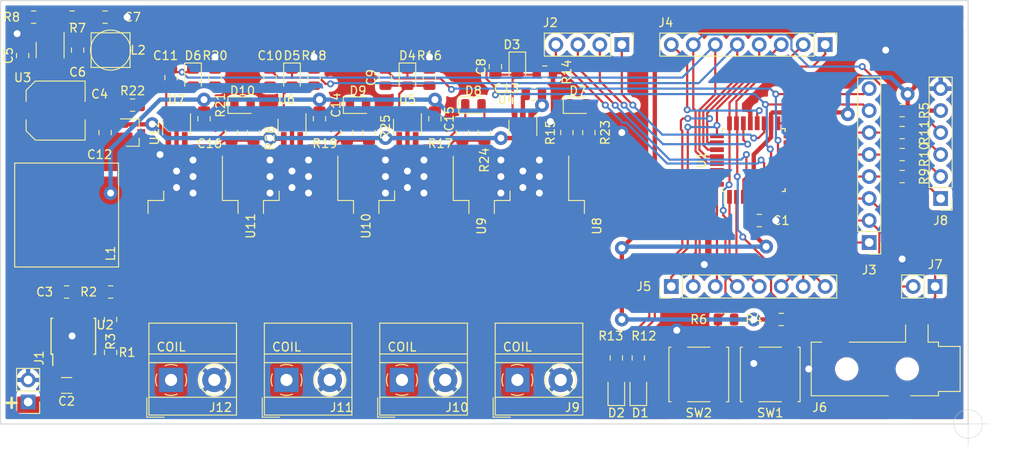
<source format=kicad_pcb>
(kicad_pcb (version 20171130) (host pcbnew "(5.1.0-rc1-103-gc65c7d3de)")
  (title_block (title Steuerungsboard) (date 2019-09-26) (rev 2) (company IoC) (comment 1 "Designed by Lukas von Däniken") (comment 2 "David Grimbichler") (comment 3 "Alexander Stutz"))
  (layers (0 F.Cu signal) (31 B.Cu signal) (34 B.Paste user hide) (35 F.Paste user hide) (36 B.SilkS user hide) (37 F.SilkS user) (38 B.Mask user hide) (39 F.Mask user hide) (44 Edge.Cuts user))
  (net 0 "")
  (net 1 GND)
  (net 2 +3V3)
  (net 3 "Net-(D1-Pad2)")
  (net 4 "Net-(D2-Pad2)")
  (net 5 PA3)
  (net 6 PA1)
  (net 7 PA0)
  (net 8 FET2)
  (net 9 FET1)
  (net 10 SCK)
  (net 11 MISO)
  (net 12 MOSI)
  (net 13 RX)
  (net 14 TX)
  (net 15 PB0)
  (net 16 RESET)
  (net 17 PC7)
  (net 18 SW2)
  (net 19 SW1)
  (net 20 PD7)
  (net 21 PD6)
  (net 22 PD5)
  (net 23 PD4)
  (net 24 PD3)
  (net 25 PD2)
  (net 26 PD1)
  (net 27 PD0)
  (net 28 FET4)
  (net 29 FET3)
  (net 30 "Net-(J12-Pad1)")
  (net 31 PA2)
  (net 32 LED2)
  (net 33 LED1)
  (net 34 "Net-(J8-Pad1)")
  (net 35 "Net-(J9-Pad1)")
  (net 36 "Net-(J10-Pad1)")
  (net 37 "Net-(J8-Pad3)")
  (net 38 "Net-(J8-Pad2)")
  (net 39 "Net-(J11-Pad1)")
  (net 40 +24V)
  (net 41 "Net-(C3-Pad1)")
  (net 42 "Net-(C3-Pad2)")
  (net 43 +12V)
  (net 44 "Net-(C6-Pad1)")
  (net 45 "Net-(C6-Pad2)")
  (net 46 "Net-(R1-Pad1)")
  (net 47 "Net-(R2-Pad2)")
  (net 48 "Net-(R7-Pad2)")
  (net 49 "Net-(R15-Pad1)")
  (net 50 "Net-(R17-Pad1)")
  (net 51 "Net-(R19-Pad1)")
  (net 52 "Net-(R21-Pad1)")
  (net 53 "Net-(C8-Pad1)")
  (net 54 "Net-(C9-Pad1)")
  (net 55 "Net-(C10-Pad1)")
  (net 56 "Net-(C11-Pad1)")
  (net 57 +2V5)
  (net 58 "Net-(D7-Pad2)")
  (net 59 "Net-(D7-Pad1)")
  (net 60 "Net-(D8-Pad1)")
  (net 61 "Net-(D8-Pad2)")
  (net 62 "Net-(D9-Pad2)")
  (net 63 "Net-(D9-Pad1)")
  (net 64 "Net-(D10-Pad1)")
  (net 65 "Net-(D10-Pad2)")
  (module myFootPrints:L_SDR0403-120ML (layer F.Cu) (at 29.845 67.31)
    (fp_text reference L2 (at 3.175 0) (layer F.SilkS))
    (fp_text value 12u hide)
    (pad 2 smd rect (at 0 1.65) (size 4.5 1.8) (layers F.Cu F.Paste F.Mask) (net 45 "Net-(C6-Pad2)"))
    (pad 1 smd rect (at 0 -1.65) (size 4.5 1.8) (layers F.Cu F.Paste F.Mask) (net 2 +3V3))
  )
  (module myFootPrints:L_MSS1246-683MLB (layer F.Cu) (at 24.765 86.36)
    (fp_text reference L1 (at 5.08 4.445 90) (layer F.SilkS))
    (fp_text value 68u hide)
    (pad 1 smd rect (at 0 -4.75) (size 6 5) (layers F.Cu F.Paste F.Mask) (net 43 +12V))
    (pad 2 smd rect (at 0 4.75) (size 6 5) (layers F.Cu F.Paste F.Mask) (net 41 "Net-(C3-Pad1)"))
  )
  (module Resistor_SMD:R_0805_2012Metric (layer F.Cu) (at 57.15 76.835 90)
    (fp_text reference R19 (at -1.27 -2.54 180) (layer F.SilkS))
    (fp_text value 50 hide)
    (pad 1 smd roundrect (at -0.9375 0 90) (size 0.975 1.4) (layers F.Cu F.Paste F.Mask) (net 51 "Net-(R19-Pad1)"))
    (pad 2 smd roundrect (at 0.9375 0 90) (size 0.975 1.4) (layers F.Cu F.Paste F.Mask) (net 63 "Net-(D9-Pad1)"))
  )
  (module Resistor_SMD:R_0805_2012Metric (layer F.Cu) (at 43.815 76.835 90)
    (fp_text reference R21 (at 3.175 -1.27 90) (layer F.SilkS))
    (fp_text value 100 hide)
    (pad 2 smd roundrect (at 0.9375 0 90) (size 0.975 1.4) (layers F.Cu F.Paste F.Mask) (net 64 "Net-(D10-Pad1)"))
    (pad 1 smd roundrect (at -0.9375 0 90) (size 0.975 1.4) (layers F.Cu F.Paste F.Mask) (net 52 "Net-(R21-Pad1)"))
  )
  (module Resistor_SMD:R_0805_2012Metric (layer F.Cu) (at 70.485 76.835 90)
    (fp_text reference R17 (at -1.27 -2.54 180) (layer F.SilkS))
    (fp_text value 50 hide)
    (pad 2 smd roundrect (at 0.9375 0 90) (size 0.975 1.4) (layers F.Cu F.Paste F.Mask) (net 60 "Net-(D8-Pad1)"))
    (pad 1 smd roundrect (at -0.9375 0 90) (size 0.975 1.4) (layers F.Cu F.Paste F.Mask) (net 50 "Net-(R17-Pad1)"))
  )
  (module Package_TO_SOT_SMD:SOT-23-5_HandSoldering (layer F.Cu) (at 77.47 76.28 270)
    (fp_text reference U4 (at -3.255 1.905) (layer F.SilkS))
    (fp_text value PM8841)
    (pad 5 smd rect (at 1.35 -0.95 270) (size 1.56 0.65) (layers F.Cu F.Paste F.Mask) (net 59 "Net-(D7-Pad1)"))
    (pad 4 smd rect (at 1.35 0.95 270) (size 1.56 0.65) (layers F.Cu F.Paste F.Mask) (net 57 +2V5))
    (pad 3 smd rect (at -1.35 0.95 270) (size 1.56 0.65) (layers F.Cu F.Paste F.Mask) (net 53 "Net-(C8-Pad1)"))
    (pad 2 smd rect (at -1.35 0 270) (size 1.56 0.65) (layers F.Cu F.Paste F.Mask) (net 1 GND))
    (pad 1 smd rect (at -1.35 -0.95 270) (size 1.56 0.65) (layers F.Cu F.Paste F.Mask) (net 43 +12V))
  )
  (module Resistor_SMD:R_0805_2012Metric (layer F.Cu) (at 29.845 102.235 90)
    (fp_text reference R1 (at 0 1.905) (layer F.SilkS))
    (fp_text value 100k hide)
    (pad 1 smd roundrect (at -0.9375 0 90) (size 0.975 1.4) (layers F.Cu F.Paste F.Mask) (net 46 "Net-(R1-Pad1)"))
    (pad 2 smd roundrect (at 0.9375 0 90) (size 0.975 1.4) (layers F.Cu F.Paste F.Mask) (net 1 GND))
  )
  (module LED_SMD:LED_0805_2012Metric (layer F.Cu) (at 90.805 106.68 90)
    (fp_text reference D1 (at -2.54 0.22 180) (layer F.SilkS))
    (fp_text value LED hide)
    (pad 1 smd roundrect (at -0.9375 0 90) (size 0.975 1.4) (layers F.Cu F.Paste F.Mask) (net 1 GND))
    (pad 2 smd roundrect (at 0.9375 0 90) (size 0.975 1.4) (layers F.Cu F.Paste F.Mask) (net 3 "Net-(D1-Pad2)"))
  )
  (module Package_TO_SOT_SMD:TO-263-2 (layer F.Cu) (at 39.37 87.63 270)
    (fp_text reference U11 (at 0 -6.65 270) (layer F.SilkS))
    (fp_text value STB16NF06L)
    (pad 1 smd rect (at -5.775 -2.54 270) (size 4.6 1.1) (layers F.Cu F.Paste F.Mask) (net 52 "Net-(R21-Pad1)"))
    (pad 3 smd rect (at -5.775 2.54 270) (size 4.6 1.1) (layers F.Cu F.Paste F.Mask) (net 1 GND))
    (pad 2 smd rect (at 3.375 0 270) (size 9.4 10.8) (layers F.Cu F.Mask) (net 30 "Net-(J12-Pad1)"))
  )
  (module Capacitor_SMD:C_0805_2012Metric (layer F.Cu) (at 24.765 95.25)
    (fp_text reference C3 (at -2.54 0) (layer F.SilkS))
    (fp_text value 2.2n hide)
    (pad 1 smd roundrect (at -0.9375 0) (size 0.975 1.4) (layers F.Cu F.Paste F.Mask) (net 41 "Net-(C3-Pad1)"))
    (pad 2 smd roundrect (at 0.9375 0) (size 0.975 1.4) (layers F.Cu F.Paste F.Mask) (net 42 "Net-(C3-Pad2)"))
  )
  (module Package_TO_SOT_SMD:SOT-23-5_HandSoldering (layer F.Cu) (at 50.8 76.2 270)
    (fp_text reference U6 (at -3.175 0.635) (layer F.SilkS))
    (fp_text value PM8841)
    (pad 1 smd rect (at -1.35 -0.95 270) (size 1.56 0.65) (layers F.Cu F.Paste F.Mask) (net 43 +12V))
    (pad 2 smd rect (at -1.35 0 270) (size 1.56 0.65) (layers F.Cu F.Paste F.Mask) (net 1 GND))
    (pad 3 smd rect (at -1.35 0.95 270) (size 1.56 0.65) (layers F.Cu F.Paste F.Mask) (net 55 "Net-(C10-Pad1)"))
    (pad 4 smd rect (at 1.35 0.95 270) (size 1.56 0.65) (layers F.Cu F.Paste F.Mask) (net 57 +2V5))
    (pad 5 smd rect (at 1.35 -0.95 270) (size 1.56 0.65) (layers F.Cu F.Paste F.Mask) (net 63 "Net-(D9-Pad1)"))
  )
  (module Connector_PinHeader_2.54mm:PinHeader_1x08_P2.54mm_Vertical (layer F.Cu) (at 112.395 66.675 270)
    (fp_text reference J4 (at -2.54 18.415) (layer F.SilkS))
    (fp_text value Conn_01x08_Male hide)
    (pad 8 thru_hole oval (at 0 17.78 270) (size 1.7 1.7) (drill 1) (layers *.Cu *.Mask) (net 17 PC7))
    (pad 7 thru_hole oval (at 0 15.24 270) (size 1.7 1.7) (drill 1) (layers *.Cu *.Mask) (net 16 RESET))
    (pad 6 thru_hole oval (at 0 12.7 270) (size 1.7 1.7) (drill 1) (layers *.Cu *.Mask) (net 28 FET4))
    (pad 5 thru_hole oval (at 0 10.16 270) (size 1.7 1.7) (drill 1) (layers *.Cu *.Mask) (net 29 FET3))
    (pad 4 thru_hole oval (at 0 7.62 270) (size 1.7 1.7) (drill 1) (layers *.Cu *.Mask) (net 32 LED2))
    (pad 3 thru_hole oval (at 0 5.08 270) (size 1.7 1.7) (drill 1) (layers *.Cu *.Mask) (net 33 LED1))
    (pad 2 thru_hole oval (at 0 2.54 270) (size 1.7 1.7) (drill 1) (layers *.Cu *.Mask) (net 18 SW2))
    (pad 1 thru_hole rect (at 0 0 270) (size 1.7 1.7) (drill 1) (layers *.Cu *.Mask) (net 19 SW1))
  )
  (module LED_SMD:LED_0805_2012Metric (layer F.Cu) (at 88.265 106.68 90)
    (fp_text reference D2 (at -2.54 0 180) (layer F.SilkS))
    (fp_text value LED hide)
    (pad 2 smd roundrect (at 0.9375 0 90) (size 0.975 1.4) (layers F.Cu F.Paste F.Mask) (net 4 "Net-(D2-Pad2)"))
    (pad 1 smd roundrect (at -0.9375 0 90) (size 0.975 1.4) (layers F.Cu F.Paste F.Mask) (net 1 GND))
  )
  (module Button_Switch_SMD:SW_SPST_B3S-1000 (layer F.Cu) (at 106.045 104.775 270)
    (fp_text reference SW1 (at 4.445 0) (layer F.SilkS))
    (fp_text value SW_Push hide)
    (pad 2 smd rect (at 3.975 2.25 270) (size 1.55 1.3) (layers F.Cu F.Paste F.Mask) (net 1 GND))
    (pad 2 smd rect (at -3.975 2.25 270) (size 1.55 1.3) (layers F.Cu F.Paste F.Mask) (net 1 GND))
    (pad 1 smd rect (at 3.975 -2.25 270) (size 1.55 1.3) (layers F.Cu F.Paste F.Mask) (net 19 SW1))
    (pad 1 smd rect (at -3.975 -2.25 270) (size 1.55 1.3) (layers F.Cu F.Paste F.Mask) (net 19 SW1))
  )
  (module Package_QFP:TQFP-32_7x7mm_P0.8mm (layer F.Cu) (at 104.14 80.01 90)
    (fp_text reference U1 (at 0 -6.05 90) (layer F.SilkS))
    (fp_text value ATtiny48-AU)
    (pad 1 smd rect (at -4.25 -2.8 90) (size 1.6 0.55) (layers F.Cu F.Paste F.Mask) (net 24 PD3))
    (pad 2 smd rect (at -4.25 -2 90) (size 1.6 0.55) (layers F.Cu F.Paste F.Mask) (net 23 PD4))
    (pad 3 smd rect (at -4.25 -1.2 90) (size 1.6 0.55) (layers F.Cu F.Paste F.Mask) (net 31 PA2))
    (pad 4 smd rect (at -4.25 -0.4 90) (size 1.6 0.55) (layers F.Cu F.Paste F.Mask) (net 2 +3V3))
    (pad 5 smd rect (at -4.25 0.4 90) (size 1.6 0.55) (layers F.Cu F.Paste F.Mask) (net 1 GND))
    (pad 6 smd rect (at -4.25 1.2 90) (size 1.6 0.55) (layers F.Cu F.Paste F.Mask) (net 5 PA3))
    (pad 7 smd rect (at -4.25 2 90) (size 1.6 0.55) (layers F.Cu F.Paste F.Mask) (net 9 FET1))
    (pad 8 smd rect (at -4.25 2.8 90) (size 1.6 0.55) (layers F.Cu F.Paste F.Mask) (net 8 FET2))
    (pad 9 smd rect (at -2.8 4.25 180) (size 1.6 0.55) (layers F.Cu F.Paste F.Mask) (net 22 PD5))
    (pad 10 smd rect (at -2 4.25 180) (size 1.6 0.55) (layers F.Cu F.Paste F.Mask) (net 21 PD6))
    (pad 11 smd rect (at -1.2 4.25 180) (size 1.6 0.55) (layers F.Cu F.Paste F.Mask) (net 20 PD7))
    (pad 12 smd rect (at -0.4 4.25 180) (size 1.6 0.55) (layers F.Cu F.Paste F.Mask) (net 15 PB0))
    (pad 13 smd rect (at 0.4 4.25 180) (size 1.6 0.55) (layers F.Cu F.Paste F.Mask) (net 14 TX))
    (pad 14 smd rect (at 1.2 4.25 180) (size 1.6 0.55) (layers F.Cu F.Paste F.Mask) (net 13 RX))
    (pad 15 smd rect (at 2 4.25 180) (size 1.6 0.55) (layers F.Cu F.Paste F.Mask) (net 12 MOSI))
    (pad 16 smd rect (at 2.8 4.25 180) (size 1.6 0.55) (layers F.Cu F.Paste F.Mask) (net 11 MISO))
    (pad 17 smd rect (at 4.25 2.8 90) (size 1.6 0.55) (layers F.Cu F.Paste F.Mask) (net 10 SCK))
    (pad 18 smd rect (at 4.25 2 90) (size 1.6 0.55) (layers F.Cu F.Paste F.Mask) (net 2 +3V3))
    (pad 19 smd rect (at 4.25 1.2 90) (size 1.6 0.55) (layers F.Cu F.Paste F.Mask) (net 7 PA0))
    (pad 20 smd rect (at 4.25 0.4 90) (size 1.6 0.55) (layers F.Cu F.Paste F.Mask) (net 17 PC7))
    (pad 21 smd rect (at 4.25 -0.4 90) (size 1.6 0.55) (layers F.Cu F.Paste F.Mask) (net 1 GND))
    (pad 22 smd rect (at 4.25 -1.2 90) (size 1.6 0.55) (layers F.Cu F.Paste F.Mask) (net 6 PA1))
    (pad 23 smd rect (at 4.25 -2 90) (size 1.6 0.55) (layers F.Cu F.Paste F.Mask) (net 19 SW1))
    (pad 24 smd rect (at 4.25 -2.8 90) (size 1.6 0.55) (layers F.Cu F.Paste F.Mask) (net 18 SW2))
    (pad 25 smd rect (at 2.8 -4.25 180) (size 1.6 0.55) (layers F.Cu F.Paste F.Mask) (net 33 LED1))
    (pad 26 smd rect (at 2 -4.25 180) (size 1.6 0.55) (layers F.Cu F.Paste F.Mask) (net 32 LED2))
    (pad 27 smd rect (at 1.2 -4.25 180) (size 1.6 0.55) (layers F.Cu F.Paste F.Mask) (net 29 FET3))
    (pad 28 smd rect (at 0.4 -4.25 180) (size 1.6 0.55) (layers F.Cu F.Paste F.Mask) (net 28 FET4))
    (pad 29 smd rect (at -0.4 -4.25 180) (size 1.6 0.55) (layers F.Cu F.Paste F.Mask) (net 16 RESET))
    (pad 30 smd rect (at -1.2 -4.25 180) (size 1.6 0.55) (layers F.Cu F.Paste F.Mask) (net 27 PD0))
    (pad 31 smd rect (at -2 -4.25 180) (size 1.6 0.55) (layers F.Cu F.Paste F.Mask) (net 26 PD1))
    (pad 32 smd rect (at -2.8 -4.25 180) (size 1.6 0.55) (layers F.Cu F.Paste F.Mask) (net 25 PD2))
  )
  (module Connector_PinHeader_2.54mm:PinHeader_1x08_P2.54mm_Vertical (layer F.Cu) (at 94.615 94.615 90)
    (fp_text reference J5 (at 0 -3.175 180) (layer F.SilkS))
    (fp_text value Conn_01x08_Male hide)
    (pad 8 thru_hole oval (at 0 17.78 90) (size 1.7 1.7) (drill 1) (layers *.Cu *.Mask) (net 20 PD7))
    (pad 7 thru_hole oval (at 0 15.24 90) (size 1.7 1.7) (drill 1) (layers *.Cu *.Mask) (net 21 PD6))
    (pad 6 thru_hole oval (at 0 12.7 90) (size 1.7 1.7) (drill 1) (layers *.Cu *.Mask) (net 22 PD5))
    (pad 5 thru_hole oval (at 0 10.16 90) (size 1.7 1.7) (drill 1) (layers *.Cu *.Mask) (net 23 PD4))
    (pad 4 thru_hole oval (at 0 7.62 90) (size 1.7 1.7) (drill 1) (layers *.Cu *.Mask) (net 24 PD3))
    (pad 3 thru_hole oval (at 0 5.08 90) (size 1.7 1.7) (drill 1) (layers *.Cu *.Mask) (net 25 PD2))
    (pad 2 thru_hole oval (at 0 2.54 90) (size 1.7 1.7) (drill 1) (layers *.Cu *.Mask) (net 26 PD1))
    (pad 1 thru_hole rect (at 0 0 90) (size 1.7 1.7) (drill 1) (layers *.Cu *.Mask) (net 27 PD0))
  )
  (module Connector_PinHeader_2.54mm:PinHeader_1x02_P2.54mm_Vertical (layer F.Cu) (at 125.095 94.615 270)
    (fp_text reference J7 (at -2.54 0) (layer F.SilkS))
    (fp_text value Conn_01x02_Male hide)
    (pad 2 thru_hole oval (at 0 2.54 270) (size 1.7 1.7) (drill 1) (layers *.Cu *.Mask) (net 14 TX))
    (pad 1 thru_hole rect (at 0 0 270) (size 1.7 1.7) (drill 1) (layers *.Cu *.Mask) (net 13 RX))
  )
  (module Connector_PinHeader_2.54mm:PinHeader_1x06_P2.54mm_Vertical (layer F.Cu) (at 125.73 84.455 180)
    (fp_text reference J8 (at 0 -2.54 180) (layer F.SilkS))
    (fp_text value Conn_01x06 hide)
    (pad 6 thru_hole oval (at 0 12.7 180) (size 1.7 1.7) (drill 1) (layers *.Cu *.Mask) (net 1 GND))
    (pad 5 thru_hole oval (at 0 10.16 180) (size 1.7 1.7) (drill 1) (layers *.Cu *.Mask) (net 2 +3V3))
    (pad 4 thru_hole oval (at 0 7.62 180) (size 1.7 1.7) (drill 1) (layers *.Cu *.Mask) (net 16 RESET))
    (pad 3 thru_hole oval (at 0 5.08 180) (size 1.7 1.7) (drill 1) (layers *.Cu *.Mask) (net 37 "Net-(J8-Pad3)"))
    (pad 2 thru_hole oval (at 0 2.54 180) (size 1.7 1.7) (drill 1) (layers *.Cu *.Mask) (net 38 "Net-(J8-Pad2)"))
    (pad 1 thru_hole rect (at 0 0 180) (size 1.7 1.7) (drill 1) (layers *.Cu *.Mask) (net 34 "Net-(J8-Pad1)"))
  )
  (module Connector_PinHeader_2.54mm:PinHeader_1x08_P2.54mm_Vertical (layer F.Cu) (at 117.475 89.535 180)
    (fp_text reference J3 (at 0 -3.175 180) (layer F.SilkS))
    (fp_text value Conn_01x08_Male hide)
    (pad 8 thru_hole oval (at 0 17.78 180) (size 1.7 1.7) (drill 1) (layers *.Cu *.Mask) (net 8 FET2))
    (pad 7 thru_hole oval (at 0 15.24 180) (size 1.7 1.7) (drill 1) (layers *.Cu *.Mask) (net 9 FET1))
    (pad 6 thru_hole oval (at 0 12.7 180) (size 1.7 1.7) (drill 1) (layers *.Cu *.Mask) (net 10 SCK))
    (pad 5 thru_hole oval (at 0 10.16 180) (size 1.7 1.7) (drill 1) (layers *.Cu *.Mask) (net 11 MISO))
    (pad 4 thru_hole oval (at 0 7.62 180) (size 1.7 1.7) (drill 1) (layers *.Cu *.Mask) (net 12 MOSI))
    (pad 3 thru_hole oval (at 0 5.08 180) (size 1.7 1.7) (drill 1) (layers *.Cu *.Mask) (net 13 RX))
    (pad 2 thru_hole oval (at 0 2.54 180) (size 1.7 1.7) (drill 1) (layers *.Cu *.Mask) (net 14 TX))
    (pad 1 thru_hole rect (at 0 0 180) (size 1.7 1.7) (drill 1) (layers *.Cu *.Mask) (net 15 PB0))
  )
  (module Connector_PinHeader_2.54mm:PinHeader_1x02_P2.54mm_Vertical (layer F.Cu) (at 20.32 107.95 180)
    (fp_text reference J1 (at -1.27 5.08 -90) (layer F.SilkS))
    (fp_text value Conn_01x02_Male hide)
    (pad 2 thru_hole oval (at 0 2.54 180) (size 1.7 1.7) (drill 1) (layers *.Cu *.Mask) (net 1 GND))
    (pad 1 thru_hole rect (at 0 0 180) (size 1.7 1.7) (drill 1) (layers *.Cu *.Mask) (net 40 +24V))
  )
  (module Button_Switch_SMD:SW_SPST_B3S-1000 (layer F.Cu) (at 97.79 104.775 270)
    (fp_text reference SW2 (at 4.445 0) (layer F.SilkS))
    (fp_text value SW_Push hide)
    (pad 2 smd rect (at 3.975 2.25 270) (size 1.55 1.3) (layers F.Cu F.Paste F.Mask) (net 1 GND))
    (pad 2 smd rect (at -3.975 2.25 270) (size 1.55 1.3) (layers F.Cu F.Paste F.Mask) (net 1 GND))
    (pad 1 smd rect (at 3.975 -2.25 270) (size 1.55 1.3) (layers F.Cu F.Paste F.Mask) (net 18 SW2))
    (pad 1 smd rect (at -3.975 -2.25 270) (size 1.55 1.3) (layers F.Cu F.Paste F.Mask) (net 18 SW2))
  )
  (module Resistor_SMD:R_0805_2012Metric (layer F.Cu) (at 121.285 81.915 180)
    (fp_text reference R9 (at -2.54 0 90) (layer F.SilkS))
    (fp_text value 1k hide)
    (pad 2 smd roundrect (at 0.9375 0 180) (size 0.975 1.4) (layers F.Cu F.Paste F.Mask) (net 12 MOSI))
    (pad 1 smd roundrect (at -0.9375 0 180) (size 0.975 1.4) (layers F.Cu F.Paste F.Mask) (net 34 "Net-(J8-Pad1)"))
  )
  (module Resistor_SMD:R_0805_2012Metric (layer F.Cu) (at 121.285 74.295 180)
    (fp_text reference R5 (at -2.54 0 90) (layer F.SilkS))
    (fp_text value 10k hide)
    (pad 2 smd roundrect (at 0.9375 0 180) (size 0.975 1.4) (layers F.Cu F.Paste F.Mask) (net 16 RESET))
    (pad 1 smd roundrect (at -0.9375 0 180) (size 0.975 1.4) (layers F.Cu F.Paste F.Mask) (net 2 +3V3))
  )
  (module Resistor_SMD:R_0805_2012Metric (layer F.Cu) (at 29.845 98.425 270)
    (fp_text reference R3 (at 2.54 0 270) (layer F.SilkS))
    (fp_text value 49.9k hide)
    (pad 2 smd roundrect (at 0.9375 0 270) (size 0.975 1.4) (layers F.Cu F.Paste F.Mask) (net 1 GND))
    (pad 1 smd roundrect (at -0.9375 0 270) (size 0.975 1.4) (layers F.Cu F.Paste F.Mask) (net 47 "Net-(R2-Pad2)"))
  )
  (module Resistor_SMD:R_0805_2012Metric (layer F.Cu) (at 29.845 95.25 180)
    (fp_text reference R2 (at 2.54 0 180) (layer F.SilkS))
    (fp_text value 448k hide)
    (pad 2 smd roundrect (at 0.9375 0 180) (size 0.975 1.4) (layers F.Cu F.Paste F.Mask) (net 47 "Net-(R2-Pad2)"))
    (pad 1 smd roundrect (at -0.9375 0 180) (size 0.975 1.4) (layers F.Cu F.Paste F.Mask) (net 43 +12V))
  )
  (module Resistor_SMD:R_0805_2012Metric (layer F.Cu) (at 20.955 63.5 180)
    (fp_text reference R8 (at 2.54 0) (layer F.SilkS))
    (fp_text value 22.1k hide)
    (pad 2 smd roundrect (at 0.9375 0 180) (size 0.975 1.4) (layers F.Cu F.Paste F.Mask) (net 1 GND))
    (pad 1 smd roundrect (at -0.9375 0 180) (size 0.975 1.4) (layers F.Cu F.Paste F.Mask) (net 48 "Net-(R7-Pad2)"))
  )
  (module Resistor_SMD:R_0805_2012Metric (layer F.Cu) (at 25.4 63.5 180)
    (fp_text reference R7 (at -0.635 -1.27) (layer F.SilkS))
    (fp_text value 51k hide)
    (pad 2 smd roundrect (at 0.9375 0 180) (size 0.975 1.4) (layers F.Cu F.Paste F.Mask) (net 48 "Net-(R7-Pad2)"))
    (pad 1 smd roundrect (at -0.9375 0 180) (size 0.975 1.4) (layers F.Cu F.Paste F.Mask) (net 2 +3V3))
  )
  (module Resistor_SMD:R_0805_2012Metric (layer F.Cu) (at 100.935 98.425 180)
    (fp_text reference R6 (at 3.145 0) (layer F.SilkS))
    (fp_text value 10k hide)
    (pad 2 smd roundrect (at 0.9375 0 180) (size 0.975 1.4) (layers F.Cu F.Paste F.Mask) (net 18 SW2))
    (pad 1 smd roundrect (at -0.9375 0 180) (size 0.975 1.4) (layers F.Cu F.Paste F.Mask) (net 2 +3V3))
  )
  (module Resistor_SMD:R_0805_2012Metric (layer F.Cu) (at 107.315 98.425)
    (fp_text reference R4 (at -3.175 0 180) (layer F.SilkS))
    (fp_text value 10k hide)
    (pad 2 smd roundrect (at 0.9375 0) (size 0.975 1.4) (layers F.Cu F.Paste F.Mask) (net 19 SW1))
    (pad 1 smd roundrect (at -0.9375 0) (size 0.975 1.4) (layers F.Cu F.Paste F.Mask) (net 2 +3V3))
  )
  (module Connector_Audio:Jack_3.5mm_CUI_SJ-3523-SMT_Horizontal (layer F.Cu) (at 119.38 104.14 270)
    (fp_text reference J6 (at 4.445 7.62) (layer F.SilkS))
    (fp_text value AudioJack2)
    (pad "" np_thru_hole circle (at 0 4.5 270) (size 1.7 1.7) (drill 1.7) (layers *.Cu *.Mask))
    (pad "" np_thru_hole circle (at 0 -2.5 270) (size 1.7 1.7) (drill 1.7) (layers *.Cu *.Mask))
    (pad T smd rect (at -3.7 5.8 270) (size 2.8 2.8) (layers F.Cu F.Paste F.Mask) (net 14 TX))
    (pad S smd rect (at -3.7 -3.6 270) (size 2.8 2.2) (layers F.Cu F.Paste F.Mask) (net 13 RX))
    (pad R smd rect (at 3.7 -1.6 270) (size 2.8 2.2) (layers F.Cu F.Paste F.Mask))
  )
  (module Capacitor_SMD:C_0805_2012Metric (layer F.Cu) (at 104.775 86.995)
    (fp_text reference C1 (at 2.54 0) (layer F.SilkS))
    (fp_text value 100n hide)
    (pad 2 smd roundrect (at 0.9375 0) (size 0.975 1.4) (layers F.Cu F.Paste F.Mask) (net 1 GND))
    (pad 1 smd roundrect (at -0.9375 0) (size 0.975 1.4) (layers F.Cu F.Paste F.Mask) (net 2 +3V3))
  )
  (module TerminalBlock_MetzConnect:TerminalBlock_MetzConnect_Type011_RT05502HBWC_1x02_P5.00mm_Horizontal (layer F.Cu) (at 76.835 105.41)
    (fp_text reference J9 (at 6.35 3.175) (layer F.SilkS))
    (fp_text value Screw_Terminal_01x02 hide)
    (pad 1 thru_hole rect (at 0 0) (size 2.8 2.8) (drill 1.4) (layers *.Cu *.Mask) (net 35 "Net-(J9-Pad1)"))
    (pad 2 thru_hole circle (at 5 0) (size 2.8 2.8) (drill 1.4) (layers *.Cu *.Mask) (net 1 GND))
  )
  (module Resistor_SMD:R_0805_2012Metric (layer F.Cu) (at 121.285 79.375 180)
    (fp_text reference R10 (at -2.54 0 90) (layer F.SilkS))
    (fp_text value 1k hide)
    (pad 1 smd roundrect (at -0.9375 0 180) (size 0.975 1.4) (layers F.Cu F.Paste F.Mask) (net 38 "Net-(J8-Pad2)"))
    (pad 2 smd roundrect (at 0.9375 0 180) (size 0.975 1.4) (layers F.Cu F.Paste F.Mask) (net 11 MISO))
  )
  (module Connector_PinHeader_2.54mm:PinHeader_1x04_P2.54mm_Vertical (layer F.Cu) (at 88.9 66.675 270)
    (fp_text reference J2 (at -2.54 8.255) (layer F.SilkS))
    (fp_text value Conn_01x04_Male hide)
    (pad 1 thru_hole rect (at 0 0 270) (size 1.7 1.7) (drill 1) (layers *.Cu *.Mask) (net 7 PA0))
    (pad 2 thru_hole oval (at 0 2.54 270) (size 1.7 1.7) (drill 1) (layers *.Cu *.Mask) (net 6 PA1))
    (pad 3 thru_hole oval (at 0 5.08 270) (size 1.7 1.7) (drill 1) (layers *.Cu *.Mask) (net 31 PA2))
    (pad 4 thru_hole oval (at 0 7.62 270) (size 1.7 1.7) (drill 1) (layers *.Cu *.Mask) (net 5 PA3))
  )
  (module TerminalBlock_MetzConnect:TerminalBlock_MetzConnect_Type011_RT05502HBWC_1x02_P5.00mm_Horizontal (layer F.Cu) (at 63.5 105.41)
    (fp_text reference J10 (at 6.35 3.175) (layer F.SilkS))
    (fp_text value Screw_Terminal_01x02 hide)
    (pad 1 thru_hole rect (at 0 0) (size 2.8 2.8) (drill 1.4) (layers *.Cu *.Mask) (net 36 "Net-(J10-Pad1)"))
    (pad 2 thru_hole circle (at 5 0) (size 2.8 2.8) (drill 1.4) (layers *.Cu *.Mask) (net 1 GND))
  )
  (module TerminalBlock_MetzConnect:TerminalBlock_MetzConnect_Type011_RT05502HBWC_1x02_P5.00mm_Horizontal (layer F.Cu) (at 50.165 105.41)
    (fp_text reference J11 (at 6.35 3.175) (layer F.SilkS))
    (fp_text value Screw_Terminal_01x02 hide)
    (pad 2 thru_hole circle (at 5 0) (size 2.8 2.8) (drill 1.4) (layers *.Cu *.Mask) (net 1 GND))
    (pad 1 thru_hole rect (at 0 0) (size 2.8 2.8) (drill 1.4) (layers *.Cu *.Mask) (net 39 "Net-(J11-Pad1)"))
  )
  (module TerminalBlock_MetzConnect:TerminalBlock_MetzConnect_Type011_RT05502HBWC_1x02_P5.00mm_Horizontal (layer F.Cu) (at 36.83 105.41)
    (fp_text reference J12 (at 5.715 3.175) (layer F.SilkS))
    (fp_text value Screw_Terminal_01x02 hide)
    (pad 1 thru_hole rect (at 0 0) (size 2.8 2.8) (drill 1.4) (layers *.Cu *.Mask) (net 30 "Net-(J12-Pad1)"))
    (pad 2 thru_hole circle (at 5 0) (size 2.8 2.8) (drill 1.4) (layers *.Cu *.Mask) (net 1 GND))
  )
  (module Resistor_SMD:R_0805_2012Metric (layer F.Cu) (at 121.285 76.835 180)
    (fp_text reference R11 (at -2.54 0 270) (layer F.SilkS))
    (fp_text value 1k hide)
    (pad 2 smd roundrect (at 0.9375 0 180) (size 0.975 1.4) (layers F.Cu F.Paste F.Mask) (net 10 SCK))
    (pad 1 smd roundrect (at -0.9375 0 180) (size 0.975 1.4) (layers F.Cu F.Paste F.Mask) (net 37 "Net-(J8-Pad3)"))
  )
  (module Resistor_SMD:R_0805_2012Metric (layer F.Cu) (at 90.805 102.87 270)
    (fp_text reference R12 (at -2.54 -0.635) (layer F.SilkS))
    (fp_text value 100 hide)
    (pad 2 smd roundrect (at 0.9375 0 270) (size 0.975 1.4) (layers F.Cu F.Paste F.Mask) (net 3 "Net-(D1-Pad2)"))
    (pad 1 smd roundrect (at -0.9375 0 270) (size 0.975 1.4) (layers F.Cu F.Paste F.Mask) (net 33 LED1))
  )
  (module Resistor_SMD:R_0805_2012Metric (layer F.Cu) (at 88.265 102.87 270)
    (fp_text reference R13 (at -2.54 0.635) (layer F.SilkS))
    (fp_text value 100 hide)
    (pad 1 smd roundrect (at -0.9375 0 270) (size 0.975 1.4) (layers F.Cu F.Paste F.Mask) (net 32 LED2))
    (pad 2 smd roundrect (at 0.9375 0 270) (size 0.975 1.4) (layers F.Cu F.Paste F.Mask) (net 4 "Net-(D2-Pad2)"))
  )
  (module Resistor_SMD:R_0805_2012Metric (layer F.Cu) (at 82.55 76.835 90)
    (fp_text reference R15 (at 0 -1.905 90) (layer F.SilkS))
    (fp_text value 50 hide)
    (pad 1 smd roundrect (at -0.9375 0 90) (size 0.975 1.4) (layers F.Cu F.Paste F.Mask) (net 49 "Net-(R15-Pad1)"))
    (pad 2 smd roundrect (at 0.9375 0 90) (size 0.975 1.4) (layers F.Cu F.Paste F.Mask) (net 59 "Net-(D7-Pad1)"))
  )
  (module Capacitor_SMD:C_0805_2012Metric (layer F.Cu) (at 19.685 67.945 90)
    (fp_text reference C5 (at 0 -1.65 90) (layer F.SilkS))
    (fp_text value 2.2u hide)
    (pad 2 smd roundrect (at 0.9375 0 90) (size 0.975 1.4) (layers F.Cu F.Paste F.Mask) (net 1 GND))
    (pad 1 smd roundrect (at -0.9375 0 90) (size 0.975 1.4) (layers F.Cu F.Paste F.Mask) (net 43 +12V))
  )
  (module Capacitor_SMD:C_0805_2012Metric (layer F.Cu) (at 26.035 67.31 270)
    (fp_text reference C6 (at 2.54 0) (layer F.SilkS))
    (fp_text value 0.1u hide)
    (pad 1 smd roundrect (at -0.9375 0 270) (size 0.975 1.4) (layers F.Cu F.Paste F.Mask) (net 44 "Net-(C6-Pad1)"))
    (pad 2 smd roundrect (at 0.9375 0 270) (size 0.975 1.4) (layers F.Cu F.Paste F.Mask) (net 45 "Net-(C6-Pad2)"))
  )
  (module Capacitor_SMD:C_0805_2012Metric (layer F.Cu) (at 29.21 63.5)
    (fp_text reference C7 (at 3.175 0 180) (layer F.SilkS))
    (fp_text value 22u hide)
    (pad 1 smd roundrect (at -0.9375 0) (size 0.975 1.4) (layers F.Cu F.Paste F.Mask) (net 2 +3V3))
    (pad 2 smd roundrect (at 0.9375 0) (size 0.975 1.4) (layers F.Cu F.Paste F.Mask) (net 1 GND))
  )
  (module Package_SO:TI_SO-PowerPAD-8 (layer F.Cu) (at 25.54 100.3625 90)
    (fp_text reference U2 (at 1.3025 3.67 180) (layer F.SilkS))
    (fp_text value LM5164 hide)
    (pad 1 smd rect (at -2.78 -1.905 90) (size 1.91 0.61) (layers F.Cu F.Paste F.Mask) (net 1 GND))
    (pad 2 smd rect (at -2.78 -0.635 90) (size 1.91 0.61) (layers F.Cu F.Paste F.Mask) (net 40 +24V))
    (pad 3 smd rect (at -2.78 0.635 90) (size 1.91 0.61) (layers F.Cu F.Paste F.Mask) (net 40 +24V))
    (pad 4 smd rect (at -2.78 1.905 90) (size 1.91 0.61) (layers F.Cu F.Paste F.Mask) (net 46 "Net-(R1-Pad1)"))
    (pad 5 smd rect (at 2.78 1.905 90) (size 1.91 0.61) (layers F.Cu F.Paste F.Mask) (net 47 "Net-(R2-Pad2)"))
    (pad 6 smd rect (at 2.78 0.635 90) (size 1.91 0.61) (layers F.Cu F.Paste F.Mask))
    (pad 7 smd rect (at 2.78 -0.635 90) (size 1.91 0.61) (layers F.Cu F.Paste F.Mask) (net 42 "Net-(C3-Pad2)"))
    (pad 8 smd rect (at 2.78 -1.905 90) (size 1.91 0.61) (layers F.Cu F.Paste F.Mask) (net 41 "Net-(C3-Pad1)"))
    (pad 9 smd rect (at 0.6025 0.775 90) (size 1.205 1.55) (layers F.Cu F.Paste F.Mask) (net 1 GND))
    (pad 9 smd rect (at 0.6025 -0.775 90) (size 1.205 1.55) (layers F.Cu F.Paste F.Mask) (net 1 GND))
    (pad 9 smd rect (at -0.6025 0.775 90) (size 1.205 1.55) (layers F.Cu F.Paste F.Mask) (net 1 GND))
    (pad 9 smd rect (at -0.6025 -0.775 90) (size 1.205 1.55) (layers F.Cu F.Paste F.Mask) (net 1 GND))
  )
  (module Package_TO_SOT_SMD:SOT-23-6_Handsoldering (layer F.Cu) (at 22.86 67.31 270)
    (fp_text reference U3 (at 3.175 3.175 180) (layer F.SilkS))
    (fp_text value TPS560430 hide)
    (pad 1 smd rect (at -1.35 -0.95 270) (size 1.56 0.65) (layers F.Cu F.Paste F.Mask) (net 44 "Net-(C6-Pad1)"))
    (pad 2 smd rect (at -1.35 0 270) (size 1.56 0.65) (layers F.Cu F.Paste F.Mask) (net 1 GND))
    (pad 3 smd rect (at -1.35 0.95 270) (size 1.56 0.65) (layers F.Cu F.Paste F.Mask) (net 48 "Net-(R7-Pad2)"))
    (pad 4 smd rect (at 1.35 0.95 270) (size 1.56 0.65) (layers F.Cu F.Paste F.Mask) (net 43 +12V))
    (pad 6 smd rect (at 1.35 -0.95 270) (size 1.56 0.65) (layers F.Cu F.Paste F.Mask) (net 45 "Net-(C6-Pad2)"))
    (pad 5 smd rect (at 1.35 0 270) (size 1.56 0.65) (layers F.Cu F.Paste F.Mask) (net 43 +12V))
  )
  (module Package_TO_SOT_SMD:SOT-23-5_HandSoldering (layer F.Cu) (at 64.135 76.2 270)
    (fp_text reference U5 (at -3.175 0) (layer F.SilkS))
    (fp_text value PM8841)
    (pad 1 smd rect (at -1.35 -0.95 270) (size 1.56 0.65) (layers F.Cu F.Paste F.Mask) (net 43 +12V))
    (pad 2 smd rect (at -1.35 0 270) (size 1.56 0.65) (layers F.Cu F.Paste F.Mask) (net 1 GND))
    (pad 3 smd rect (at -1.35 0.95 270) (size 1.56 0.65) (layers F.Cu F.Paste F.Mask) (net 54 "Net-(C9-Pad1)"))
    (pad 4 smd rect (at 1.35 0.95 270) (size 1.56 0.65) (layers F.Cu F.Paste F.Mask) (net 57 +2V5))
    (pad 5 smd rect (at 1.35 -0.95 270) (size 1.56 0.65) (layers F.Cu F.Paste F.Mask) (net 60 "Net-(D8-Pad1)"))
  )
  (module Package_TO_SOT_SMD:SOT-23-5_HandSoldering (layer F.Cu) (at 37.465 76.2 270)
    (fp_text reference U7 (at -3.175 0 180) (layer F.SilkS))
    (fp_text value PM8841)
    (pad 5 smd rect (at 1.35 -0.95 270) (size 1.56 0.65) (layers F.Cu F.Paste F.Mask) (net 64 "Net-(D10-Pad1)"))
    (pad 4 smd rect (at 1.35 0.95 270) (size 1.56 0.65) (layers F.Cu F.Paste F.Mask) (net 57 +2V5))
    (pad 3 smd rect (at -1.35 0.95 270) (size 1.56 0.65) (layers F.Cu F.Paste F.Mask) (net 56 "Net-(C11-Pad1)"))
    (pad 2 smd rect (at -1.35 0 270) (size 1.56 0.65) (layers F.Cu F.Paste F.Mask) (net 1 GND))
    (pad 1 smd rect (at -1.35 -0.95 270) (size 1.56 0.65) (layers F.Cu F.Paste F.Mask) (net 43 +12V))
  )
  (module Package_TO_SOT_SMD:TO-263-2 (layer F.Cu) (at 79.375 87.63 270)
    (fp_text reference U8 (at 0 -6.65 270) (layer F.SilkS))
    (fp_text value STB16NF06L)
    (pad 1 smd rect (at -5.775 -2.54 270) (size 4.6 1.1) (layers F.Cu F.Paste F.Mask) (net 49 "Net-(R15-Pad1)"))
    (pad 3 smd rect (at -5.775 2.54 270) (size 4.6 1.1) (layers F.Cu F.Paste F.Mask) (net 1 GND))
    (pad 2 smd rect (at 3.375 0 270) (size 9.4 10.8) (layers F.Cu F.Mask) (net 35 "Net-(J9-Pad1)"))
  )
  (module Package_TO_SOT_SMD:TO-263-2 (layer F.Cu) (at 66.04 87.63 270)
    (fp_text reference U9 (at 0 -6.65 270) (layer F.SilkS))
    (fp_text value STB16NF06L)
    (pad 2 smd rect (at 3.375 0 270) (size 9.4 10.8) (layers F.Cu F.Mask) (net 36 "Net-(J10-Pad1)"))
    (pad 3 smd rect (at -5.775 2.54 270) (size 4.6 1.1) (layers F.Cu F.Paste F.Mask) (net 1 GND))
    (pad 1 smd rect (at -5.775 -2.54 270) (size 4.6 1.1) (layers F.Cu F.Paste F.Mask) (net 50 "Net-(R17-Pad1)"))
  )
  (module Package_TO_SOT_SMD:TO-263-2 (layer F.Cu) (at 52.705 87.63 270)
    (fp_text reference U10 (at 0 -6.65 270) (layer F.SilkS))
    (fp_text value STB16NF06L)
    (pad 2 smd rect (at 3.375 0 270) (size 9.4 10.8) (layers F.Cu F.Mask) (net 39 "Net-(J11-Pad1)"))
    (pad 3 smd rect (at -5.775 2.54 270) (size 4.6 1.1) (layers F.Cu F.Paste F.Mask) (net 1 GND))
    (pad 1 smd rect (at -5.775 -2.54 270) (size 4.6 1.1) (layers F.Cu F.Paste F.Mask) (net 51 "Net-(R19-Pad1)"))
  )
  (module Capacitor_SMD:C_0805_2012Metric (layer F.Cu) (at 74.295 69.215 90)
    (fp_text reference C8 (at 0 -1.65 90) (layer F.SilkS))
    (fp_text value C hide)
    (pad 2 smd roundrect (at 0.9375 0 90) (size 0.975 1.4) (layers F.Cu F.Paste F.Mask) (net 9 FET1))
    (pad 1 smd roundrect (at -0.9375 0 90) (size 0.975 1.4) (layers F.Cu F.Paste F.Mask) (net 53 "Net-(C8-Pad1)"))
  )
  (module Capacitor_SMD:C_0805_2012Metric (layer F.Cu) (at 61.595 70.485 90)
    (fp_text reference C9 (at 0 -1.65 90) (layer F.SilkS))
    (fp_text value C hide)
    (pad 1 smd roundrect (at -0.9375 0 90) (size 0.975 1.4) (layers F.Cu F.Paste F.Mask) (net 54 "Net-(C9-Pad1)"))
    (pad 2 smd roundrect (at 0.9375 0 90) (size 0.975 1.4) (layers F.Cu F.Paste F.Mask) (net 8 FET2))
  )
  (module Capacitor_SMD:C_0805_2012Metric (layer F.Cu) (at 48.26 70.485 90)
    (fp_text reference C10 (at 2.54 0 180) (layer F.SilkS))
    (fp_text value C hide)
    (pad 2 smd roundrect (at 0.9375 0 90) (size 0.975 1.4) (layers F.Cu F.Paste F.Mask) (net 29 FET3))
    (pad 1 smd roundrect (at -0.9375 0 90) (size 0.975 1.4) (layers F.Cu F.Paste F.Mask) (net 55 "Net-(C10-Pad1)"))
  )
  (module Capacitor_SMD:C_0805_2012Metric (layer F.Cu) (at 36.83 70.485 90)
    (fp_text reference C11 (at 2.54 -0.635 180) (layer F.SilkS))
    (fp_text value C hide)
    (pad 1 smd roundrect (at -0.9375 0 90) (size 0.975 1.4) (layers F.Cu F.Paste F.Mask) (net 56 "Net-(C11-Pad1)"))
    (pad 2 smd roundrect (at 0.9375 0 90) (size 0.975 1.4) (layers F.Cu F.Paste F.Mask) (net 28 FET4))
  )
  (module LED_SMD:LED_0805_2012Metric (layer F.Cu) (at 76.835 69.215 270)
    (fp_text reference D3 (at -2.54 0.635) (layer F.SilkS))
    (fp_text value D hide)
    (pad 1 smd roundrect (at -0.9375 0 270) (size 0.975 1.4) (layers F.Cu F.Paste F.Mask) (net 9 FET1))
    (pad 2 smd roundrect (at 0.9375 0 270) (size 0.975 1.4) (layers F.Cu F.Paste F.Mask) (net 53 "Net-(C8-Pad1)"))
  )
  (module LED_SMD:LED_0805_2012Metric (layer F.Cu) (at 64.135 70.485 270)
    (fp_text reference D4 (at -2.54 0) (layer F.SilkS))
    (fp_text value D hide)
    (pad 2 smd roundrect (at 0.9375 0 270) (size 0.975 1.4) (layers F.Cu F.Paste F.Mask) (net 54 "Net-(C9-Pad1)"))
    (pad 1 smd roundrect (at -0.9375 0 270) (size 0.975 1.4) (layers F.Cu F.Paste F.Mask) (net 8 FET2))
  )
  (module LED_SMD:LED_0805_2012Metric (layer F.Cu) (at 50.8 70.485 270)
    (fp_text reference D5 (at -2.54 0) (layer F.SilkS))
    (fp_text value D hide)
    (pad 1 smd roundrect (at -0.9375 0 270) (size 0.975 1.4) (layers F.Cu F.Paste F.Mask) (net 29 FET3))
    (pad 2 smd roundrect (at 0.9375 0 270) (size 0.975 1.4) (layers F.Cu F.Paste F.Mask) (net 55 "Net-(C10-Pad1)"))
  )
  (module LED_SMD:LED_0805_2012Metric (layer F.Cu) (at 39.37 70.485 270)
    (fp_text reference D6 (at -2.54 0) (layer F.SilkS))
    (fp_text value D hide)
    (pad 2 smd roundrect (at 0.9375 0 270) (size 0.975 1.4) (layers F.Cu F.Paste F.Mask) (net 56 "Net-(C11-Pad1)"))
    (pad 1 smd roundrect (at -0.9375 0 270) (size 0.975 1.4) (layers F.Cu F.Paste F.Mask) (net 28 FET4))
  )
  (module Resistor_SMD:R_0805_2012Metric (layer F.Cu) (at 80.01 69.85)
    (fp_text reference R14 (at 2.54 0 90) (layer F.SilkS))
    (fp_text value R hide)
    (pad 2 smd roundrect (at 0.9375 0) (size 0.975 1.4) (layers F.Cu F.Paste F.Mask) (net 1 GND))
    (pad 1 smd roundrect (at -0.9375 0) (size 0.975 1.4) (layers F.Cu F.Paste F.Mask) (net 53 "Net-(C8-Pad1)"))
  )
  (module Resistor_SMD:R_0805_2012Metric (layer F.Cu) (at 53.34 70.485 90)
    (fp_text reference R18 (at 2.54 0 180) (layer F.SilkS))
    (fp_text value R hide)
    (pad 1 smd roundrect (at -0.9375 0 90) (size 0.975 1.4) (layers F.Cu F.Paste F.Mask) (net 55 "Net-(C10-Pad1)"))
    (pad 2 smd roundrect (at 0.9375 0 90) (size 0.975 1.4) (layers F.Cu F.Paste F.Mask) (net 1 GND))
  )
  (module Resistor_SMD:R_0805_2012Metric (layer F.Cu) (at 66.675 70.485 90)
    (fp_text reference R16 (at 2.54 0 180) (layer F.SilkS))
    (fp_text value R hide)
    (pad 1 smd roundrect (at -0.9375 0 90) (size 0.975 1.4) (layers F.Cu F.Paste F.Mask) (net 54 "Net-(C9-Pad1)"))
    (pad 2 smd roundrect (at 0.9375 0 90) (size 0.975 1.4) (layers F.Cu F.Paste F.Mask) (net 1 GND))
  )
  (module Resistor_SMD:R_0805_2012Metric (layer F.Cu) (at 41.91 70.485 90)
    (fp_text reference R20 (at 2.54 0 180) (layer F.SilkS))
    (fp_text value R hide)
    (pad 2 smd roundrect (at 0.9375 0 90) (size 0.975 1.4) (layers F.Cu F.Paste F.Mask) (net 1 GND))
    (pad 1 smd roundrect (at -0.9375 0 90) (size 0.975 1.4) (layers F.Cu F.Paste F.Mask) (net 56 "Net-(C11-Pad1)"))
  )
  (module Capacitor_SMD:C_1206_3216Metric (layer F.Cu) (at 24.765 106.045 180)
    (fp_text reference C2 (at 0 -1.82 180) (layer F.SilkS))
    (fp_text value 2.2u)
    (pad 1 smd roundrect (at -1.4 0 180) (size 1.25 1.75) (layers F.Cu F.Paste F.Mask) (roundrect_rratio 0.2) (net 40 +24V))
    (pad 2 smd roundrect (at 1.4 0 180) (size 1.25 1.75) (layers F.Cu F.Paste F.Mask) (roundrect_rratio 0.2) (net 1 GND))
  )
  (module Capacitor_SMD:C_Elec_6.3x5.8 (layer F.Cu) (at 23.495 74.295)
    (fp_text reference C4 (at 5.08 -1.905) (layer F.SilkS))
    (fp_text value 47u)
    (pad 1 smd roundrect (at -2.5375 0) (size 3.325 1.6) (layers F.Cu F.Paste F.Mask) (roundrect_rratio 0.15625) (net 43 +12V))
    (pad 2 smd roundrect (at 2.5375 0) (size 3.325 1.6) (layers F.Cu F.Paste F.Mask) (roundrect_rratio 0.15625) (net 1 GND))
  )
  (module Capacitor_SMD:C_0805_2012Metric (layer F.Cu) (at 29.21 76.835 270)
    (fp_text reference C12 (at 2.54 0.635) (layer F.SilkS))
    (fp_text value 100n)
    (pad 1 smd roundrect (at -0.9375 0 270) (size 0.975 1.4) (layers F.Cu F.Paste F.Mask) (net 57 +2V5))
    (pad 2 smd roundrect (at 0.9375 0 270) (size 0.975 1.4) (layers F.Cu F.Paste F.Mask) (net 1 GND))
  )
  (module Capacitor_SMD:C_0805_2012Metric (layer F.Cu) (at 78.74 72.39 180)
    (fp_text reference C13 (at 3.175 0.635 180) (layer F.SilkS))
    (fp_text value 470n)
    (pad 1 smd roundrect (at -0.9375 0 180) (size 0.975 1.4) (layers F.Cu F.Paste F.Mask) (net 43 +12V))
    (pad 2 smd roundrect (at 0.9375 0 180) (size 0.975 1.4) (layers F.Cu F.Paste F.Mask) (net 1 GND))
  )
  (module Capacitor_SMD:C_0805_2012Metric (layer F.Cu) (at 53.975 75.2325 270)
    (fp_text reference C14 (at -1.5725 -1.905 270) (layer F.SilkS))
    (fp_text value 470n)
    (pad 2 smd roundrect (at 0.9375 0 270) (size 0.975 1.4) (layers F.Cu F.Paste F.Mask) (net 1 GND))
    (pad 1 smd roundrect (at -0.9375 0 270) (size 0.975 1.4) (layers F.Cu F.Paste F.Mask) (net 43 +12V))
  )
  (module Capacitor_SMD:C_0805_2012Metric (layer F.Cu) (at 67.31 75.2325 270)
    (fp_text reference C15 (at 0 -1.65 270) (layer F.SilkS))
    (fp_text value 470n)
    (pad 1 smd roundrect (at -0.9375 0 270) (size 0.975 1.4) (layers F.Cu F.Paste F.Mask) (net 43 +12V))
    (pad 2 smd roundrect (at 0.9375 0 270) (size 0.975 1.4) (layers F.Cu F.Paste F.Mask) (net 1 GND))
  )
  (module Capacitor_SMD:C_0805_2012Metric (layer F.Cu) (at 40.64 75.2325 270)
    (fp_text reference C16 (at 2.8725 -0.635) (layer F.SilkS))
    (fp_text value 470n)
    (pad 2 smd roundrect (at 0.9375 0 270) (size 0.975 1.4) (layers F.Cu F.Paste F.Mask) (net 1 GND))
    (pad 1 smd roundrect (at -0.9375 0 270) (size 0.975 1.4) (layers F.Cu F.Paste F.Mask) (net 43 +12V))
  )
  (module Resistor_SMD:R_0805_2012Metric (layer F.Cu) (at 32.385 73.66)
    (fp_text reference R22 (at 0 -1.65) (layer F.SilkS))
    (fp_text value R)
    (pad 1 smd roundrect (at -0.9375 0) (size 0.975 1.4) (layers F.Cu F.Paste F.Mask) (net 57 +2V5))
    (pad 2 smd roundrect (at 0.9375 0) (size 0.975 1.4) (layers F.Cu F.Paste F.Mask) (net 2 +3V3))
  )
  (module Package_TO_SOT_SMD:SOT-23 (layer F.Cu) (at 32.385 76.835)
    (fp_text reference U12 (at 2.54 0 270) (layer F.SilkS))
    (fp_text value LM4040DBZ-2.5 hide)
    (pad 1 smd rect (at -1 -0.95) (size 0.9 0.8) (layers F.Cu F.Paste F.Mask) (net 57 +2V5))
    (pad 2 smd rect (at -1 0.95) (size 0.9 0.8) (layers F.Cu F.Paste F.Mask) (net 1 GND))
    (pad 3 smd rect (at 1 0) (size 0.9 0.8) (layers F.Cu F.Paste F.Mask))
  )
  (module LED_SMD:LED_0805_2012Metric (layer F.Cu) (at 83.82 73.66)
    (fp_text reference D7 (at 0 -1.65) (layer F.SilkS))
    (fp_text value D)
    (pad 2 smd roundrect (at 0.9375 0) (size 0.975 1.4) (layers F.Cu F.Paste F.Mask) (net 58 "Net-(D7-Pad2)"))
    (pad 1 smd roundrect (at -0.9375 0) (size 0.975 1.4) (layers F.Cu F.Paste F.Mask) (net 59 "Net-(D7-Pad1)"))
  )
  (module LED_SMD:LED_0805_2012Metric (layer F.Cu) (at 71.755 73.66)
    (fp_text reference D8 (at 0 -1.65) (layer F.SilkS))
    (fp_text value D)
    (pad 1 smd roundrect (at -0.9375 0) (size 0.975 1.4) (layers F.Cu F.Paste F.Mask) (net 60 "Net-(D8-Pad1)"))
    (pad 2 smd roundrect (at 0.9375 0) (size 0.975 1.4) (layers F.Cu F.Paste F.Mask) (net 61 "Net-(D8-Pad2)"))
  )
  (module LED_SMD:LED_0805_2012Metric (layer F.Cu) (at 58.42 73.66)
    (fp_text reference D9 (at 0 -1.65) (layer F.SilkS))
    (fp_text value D)
    (pad 2 smd roundrect (at 0.9375 0) (size 0.975 1.4) (layers F.Cu F.Paste F.Mask) (net 62 "Net-(D9-Pad2)"))
    (pad 1 smd roundrect (at -0.9375 0) (size 0.975 1.4) (layers F.Cu F.Paste F.Mask) (net 63 "Net-(D9-Pad1)"))
  )
  (module LED_SMD:LED_0805_2012Metric (layer F.Cu) (at 45.085 73.66)
    (fp_text reference D10 (at 0 -1.65) (layer F.SilkS))
    (fp_text value D)
    (pad 1 smd roundrect (at -0.9375 0) (size 0.975 1.4) (layers F.Cu F.Paste F.Mask) (net 64 "Net-(D10-Pad1)"))
    (pad 2 smd roundrect (at 0.9375 0) (size 0.975 1.4) (layers F.Cu F.Paste F.Mask) (net 65 "Net-(D10-Pad2)"))
  )
  (module Resistor_SMD:R_0805_2012Metric (layer F.Cu) (at 85.09 76.835 90)
    (fp_text reference R23 (at 0 1.905 90) (layer F.SilkS))
    (fp_text value 10)
    (pad 1 smd roundrect (at -0.9375 0 90) (size 0.975 1.4) (layers F.Cu F.Paste F.Mask) (net 49 "Net-(R15-Pad1)"))
    (pad 2 smd roundrect (at 0.9375 0 90) (size 0.975 1.4) (layers F.Cu F.Paste F.Mask) (net 58 "Net-(D7-Pad2)"))
  )
  (module Resistor_SMD:R_0805_2012Metric (layer F.Cu) (at 73.025 76.835 90)
    (fp_text reference R24 (at -3.175 0 90) (layer F.SilkS))
    (fp_text value 10)
    (pad 2 smd roundrect (at 0.9375 0 90) (size 0.975 1.4) (layers F.Cu F.Paste F.Mask) (net 61 "Net-(D8-Pad2)"))
    (pad 1 smd roundrect (at -0.9375 0 90) (size 0.975 1.4) (layers F.Cu F.Paste F.Mask) (net 50 "Net-(R17-Pad1)"))
  )
  (module Resistor_SMD:R_0805_2012Metric (layer F.Cu) (at 59.69 76.835 90)
    (fp_text reference R25 (at 0.635 1.905 90) (layer F.SilkS))
    (fp_text value 10)
    (pad 1 smd roundrect (at -0.9375 0 90) (size 0.975 1.4) (layers F.Cu F.Paste F.Mask) (net 51 "Net-(R19-Pad1)"))
    (pad 2 smd roundrect (at 0.9375 0 90) (size 0.975 1.4) (layers F.Cu F.Paste F.Mask) (net 62 "Net-(D9-Pad2)"))
  )
  (module Resistor_SMD:R_0805_2012Metric (layer F.Cu) (at 46.355 76.835 90)
    (fp_text reference R26 (at -0.635 1.905 270) (layer F.SilkS))
    (fp_text value 100)
    (pad 2 smd roundrect (at 0.9375 0 90) (size 0.975 1.4) (layers F.Cu F.Paste F.Mask) (net 65 "Net-(D10-Pad2)"))
    (pad 1 smd roundrect (at -0.9375 0 90) (size 0.975 1.4) (layers F.Cu F.Paste F.Mask) (net 52 "Net-(R21-Pad1)"))
  )
  (gr_text + (at 18.415 107.95) (layer F.SilkS) (effects (font (size 1.5 1.5) (thickness 0.3))))
  (gr_text "IoC V2\n" (at 19.05 99.06 270) (layer F.Cu) (effects (font (size 1.5 1.5) (thickness 0.3))))
  (gr_text "COIL\n" (at 36.83 101.6) (layer F.SilkS) (effects (font (size 1 1))))
  (gr_text "COIL\n" (at 76.835 101.6) (layer F.SilkS) (effects (font (size 1 1))))
  (gr_text "COIL\n" (at 63.5 101.6) (layer F.SilkS) (effects (font (size 1 1))))
  (gr_text "COIL\n" (at 50.165 101.6) (layer F.SilkS) (effects (font (size 1 1))))
  (target plus (at 128.905 110.49) (size 5) (width 0.05) (layer Edge.Cuts))
  (gr_line (start 128.905 61.595) (end 17.145 61.595) (layer Edge.Cuts) (width 0.1))
  (gr_line (start 17.145 61.595) (end 17.145 110.49) (layer Edge.Cuts) (width 0.1))
  (gr_line (start 17.145 110.49) (end 128.905 110.49) (layer Edge.Cuts) (width 0.1))
  (gr_line (start 128.905 61.595) (end 128.905 110.49) (layer Edge.Cuts) (width 0.1))
  (via (at 25.4 100.33) (size 1.6) (drill 0.8) (layers F.Cu B.Cu) (net 1))
  (segment (start 22.86 66.925002) (end 22.595001 67.190001) (width 0.5) (layer F.Cu) (net 1))
  (segment (start 22.595001 67.190001) (end 20.937499 67.190001) (width 0.5) (layer F.Cu) (net 1))
  (segment (start 22.86 65.96) (end 22.86 66.925002) (width 0.5) (layer F.Cu) (net 1))
  (via (at 95.25 99.675) (size 1.6) (drill 0.8) (layers F.Cu B.Cu) (net 1))
  (segment (start 95.54 99.965) (end 95.25 99.675) (width 0.5) (layer F.Cu) (net 1))
  (segment (start 95.54 100.8) (end 95.54 99.965) (width 0.5) (layer F.Cu) (net 1))
  (via (at 104.14 103.505) (size 1.6) (drill 0.8) (layers F.Cu B.Cu) (net 1))
  (segment (start 103.795 103.16) (end 104.14 103.505) (width 0.5) (layer F.Cu) (net 1))
  (segment (start 103.795 100.8) (end 103.795 103.16) (width 0.5) (layer F.Cu) (net 1))
  (via (at 88.9 76.835) (size 1.6) (drill 0.8) (layers F.Cu B.Cu) (net 1))
  (segment (start 103.74 74.46) (end 103.505 74.225) (width 0.5) (layer F.Cu) (net 1))
  (segment (start 103.74 75.76) (end 103.74 74.46) (width 0.5) (layer F.Cu) (net 1))
  (segment (start 103.505 74.225) (end 103.505 73.66) (width 0.5) (layer F.Cu) (net 1))
  (via (at 77.47 81.28) (size 1.6) (drill 0.8) (layers F.Cu B.Cu) (net 1))
  (segment (start 77.47 74.93) (end 77.47 81.28) (width 0.5) (layer F.Cu) (net 1))
  (segment (start 104.54 85.56) (end 105.34 86.36) (width 0.5) (layer F.Cu) (net 1))
  (segment (start 104.54 84.26) (end 104.54 85.56) (width 0.5) (layer F.Cu) (net 1))
  (segment (start 105.7125 86.6625) (end 105.7125 86.995) (width 0.5) (layer F.Cu) (net 1))
  (segment (start 105.41 86.36) (end 105.7125 86.6625) (width 0.5) (layer F.Cu) (net 1))
  (segment (start 105.34 86.36) (end 105.41 86.36) (width 0.5) (layer F.Cu) (net 1))
  (via (at 106.68 86.995) (size 1.6) (drill 0.8) (layers F.Cu B.Cu) (net 1))
  (segment (start 105.7125 86.995) (end 106.68 86.995) (width 0.5) (layer F.Cu) (net 1))
  (segment (start 20.754998 67.0075) (end 19.685 67.0075) (width 0.5) (layer F.Cu) (net 1))
  (segment (start 20.937499 67.190001) (end 20.754998 67.0075) (width 0.5) (layer F.Cu) (net 1))
  (via (at 19.05 65.405) (size 1.6) (drill 0.8) (layers F.Cu B.Cu) (net 1))
  (via (at 66.675 68.09) (size 1.6) (drill 0.8) (layers F.Cu B.Cu) (net 1))
  (segment (start 66.675 69.5475) (end 66.675 68.09) (width 0.5) (layer F.Cu) (net 1))
  (via (at 53.34 68.09) (size 1.6) (drill 0.8) (layers F.Cu B.Cu) (net 1))
  (segment (start 53.34 69.5475) (end 53.34 68.09) (width 0.5) (layer F.Cu) (net 1))
  (via (at 41.91 68.09) (size 1.6) (drill 0.8) (layers F.Cu B.Cu) (net 1))
  (segment (start 41.91 69.5475) (end 41.91 68.09) (width 0.5) (layer F.Cu) (net 1))
  (via (at 64.135 81.28) (size 1.6) (drill 0.8) (layers F.Cu B.Cu) (net 1))
  (segment (start 64.135 74.85) (end 64.135 81.28) (width 0.5) (layer F.Cu) (net 1))
  (via (at 50.8 81.28) (size 1.6) (drill 0.8) (layers F.Cu B.Cu) (net 1))
  (segment (start 50.8 74.85) (end 50.8 81.28) (width 0.5) (layer F.Cu) (net 1))
  (via (at 37.465 81.28) (size 1.6) (drill 0.8) (layers F.Cu B.Cu) (net 1))
  (segment (start 37.465 74.85) (end 37.465 81.28) (width 0.5) (layer F.Cu) (net 1))
  (segment (start 77.47 72.7225) (end 77.47 74.93) (width 0.5) (layer F.Cu) (net 1))
  (segment (start 77.8025 72.39) (end 77.47 72.7225) (width 0.5) (layer F.Cu) (net 1))
  (via (at 31.75 63.5) (size 1.6) (drill 0.8) (layers F.Cu B.Cu) (net 1))
  (segment (start 30.1475 63.5) (end 31.75 63.5) (width 0.5) (layer F.Cu) (net 1))
  (via (at 80.645 75.565) (size 1.6) (drill 0.8) (layers F.Cu B.Cu) (net 1))
  (segment (start 80.9475 75.2625) (end 80.645 75.565) (width 0.5) (layer F.Cu) (net 1))
  (segment (start 80.9475 69.85) (end 80.9475 75.2625) (width 0.5) (layer F.Cu) (net 1))
  (via (at 35.56 79.375) (size 1.6) (drill 0.8) (layers F.Cu B.Cu) (net 1))
  (via (at 121.285 91.44) (size 1.6) (drill 0.8) (layers F.Cu B.Cu) (net 1))
  (via (at 98.425 92.075) (size 1.6) (drill 0.8) (layers F.Cu B.Cu) (net 1))
  (via (at 119.38 67.31) (size 1.6) (drill 0.8) (layers F.Cu B.Cu) (net 1))
  (via (at 110.49 104.14) (size 1.6) (drill 0.8) (layers F.Cu B.Cu) (net 1))
  (via (at 64.135 83.185) (size 1.6) (drill 0.8) (layers F.Cu B.Cu) (net 1))
  (via (at 77.47 83.185) (size 1.6) (drill 0.8) (layers F.Cu B.Cu) (net 1))
  (via (at 50.8 83.185) (size 1.6) (drill 0.8) (layers F.Cu B.Cu) (net 1))
  (via (at 37.465 83.185) (size 1.6) (drill 0.8) (layers F.Cu B.Cu) (net 1))
  (via (at 74.93 80.01) (size 1.6) (drill 0.8) (layers F.Cu B.Cu) (net 1))
  (via (at 74.93 81.915) (size 1.6) (drill 0.8) (layers F.Cu B.Cu) (net 1))
  (via (at 74.93 83.82) (size 1.6) (drill 0.8) (layers F.Cu B.Cu) (net 1))
  (via (at 61.595 80.01) (size 1.6) (drill 0.8) (layers F.Cu B.Cu) (net 1))
  (via (at 61.595 81.915) (size 1.6) (drill 0.8) (layers F.Cu B.Cu) (net 1))
  (via (at 61.595 83.82) (size 1.6) (drill 0.8) (layers F.Cu B.Cu) (net 1))
  (via (at 48.26 80.01) (size 1.6) (drill 0.8) (layers F.Cu B.Cu) (net 1))
  (via (at 48.26 81.915) (size 1.6) (drill 0.8) (layers F.Cu B.Cu) (net 1))
  (via (at 48.26 83.82) (size 1.6) (drill 0.8) (layers F.Cu B.Cu) (net 1))
  (via (at 39.37 80.01) (size 1.6) (drill 0.8) (layers F.Cu B.Cu) (net 1))
  (via (at 39.37 81.915) (size 1.6) (drill 0.8) (layers F.Cu B.Cu) (net 1))
  (via (at 39.37 83.82) (size 1.6) (drill 0.8) (layers F.Cu B.Cu) (net 1))
  (via (at 79.375 80.01) (size 1.6) (drill 0.8) (layers F.Cu B.Cu) (net 1))
  (via (at 79.375 81.915) (size 1.6) (drill 0.8) (layers F.Cu B.Cu) (net 1))
  (via (at 79.375 83.82) (size 1.6) (drill 0.8) (layers F.Cu B.Cu) (net 1))
  (via (at 66.04 80.01) (size 1.6) (drill 0.8) (layers F.Cu B.Cu) (net 1))
  (via (at 66.04 81.915) (size 1.6) (drill 0.8) (layers F.Cu B.Cu) (net 1))
  (via (at 66.04 83.82) (size 1.6) (drill 0.8) (layers F.Cu B.Cu) (net 1))
  (via (at 52.705 81.915) (size 1.6) (drill 0.8) (layers F.Cu B.Cu) (net 1))
  (via (at 52.705 83.82) (size 1.6) (drill 0.8) (layers F.Cu B.Cu) (net 1))
  (via (at 52.705 80.01) (size 1.6) (drill 0.8) (layers F.Cu B.Cu) (net 1))
  (segment (start 103.665001 84.185001) (end 103.74 84.26) (width 0.5) (layer F.Cu) (net 2))
  (segment (start 125.73 74.295) (end 122.2225 74.295) (width 0.5) (layer F.Cu) (net 2))
  (segment (start 101.8725 98.425) (end 104.14 98.425) (width 0.5) (layer F.Cu) (net 2))
  (via (at 104.14 98.425) (size 1.6) (drill 0.8) (layers F.Cu B.Cu) (net 2))
  (segment (start 104.14 98.425) (end 106.3775 98.425) (width 0.5) (layer F.Cu) (net 2))
  (segment (start 103.74 86.8975) (end 103.74 84.26) (width 0.5) (layer F.Cu) (net 2))
  (segment (start 103.8375 86.995) (end 103.74 86.8975) (width 0.5) (layer F.Cu) (net 2))
  (segment (start 103.74 83.174998) (end 104.14 82.774998) (width 0.5) (layer F.Cu) (net 2))
  (segment (start 103.74 84.26) (end 103.74 83.174998) (width 0.5) (layer F.Cu) (net 2))
  (segment (start 106.14 77.375) (end 104.939999 78.575001) (width 0.5) (layer F.Cu) (net 2))
  (segment (start 104.939999 78.575001) (end 104.14 79.375) (width 0.5) (layer F.Cu) (net 2))
  (segment (start 106.14 75.76) (end 106.14 77.375) (width 0.5) (layer F.Cu) (net 2))
  (segment (start 104.14 79.375) (end 104.14 80.01) (width 0.5) (layer F.Cu) (net 2))
  (segment (start 106.304999 74.509999) (end 115.004999 74.509999) (width 0.5) (layer F.Cu) (net 2))
  (segment (start 106.14 74.674998) (end 106.304999 74.509999) (width 0.5) (layer F.Cu) (net 2))
  (segment (start 106.14 75.76) (end 106.14 74.674998) (width 0.5) (layer F.Cu) (net 2))
  (via (at 115.004999 74.712892) (size 1.6) (drill 0.8) (layers F.Cu B.Cu) (net 2))
  (segment (start 115.004999 74.509999) (end 115.004999 74.712892) (width 0.5) (layer F.Cu) (net 2))
  (via (at 121.92 72.39) (size 1.6) (drill 0.8) (layers F.Cu B.Cu) (net 2))
  (segment (start 115.004999 72.300999) (end 116.850999 70.454999) (width 0.5) (layer B.Cu) (net 2))
  (segment (start 115.004999 74.712892) (end 115.004999 72.300999) (width 0.5) (layer B.Cu) (net 2))
  (segment (start 121.92 73.9925) (end 122.2225 74.295) (width 0.5) (layer F.Cu) (net 2))
  (segment (start 121.92 72.39) (end 121.92 73.9925) (width 0.5) (layer F.Cu) (net 2))
  (segment (start 104.14 80.645) (end 104.14 80.01) (width 0.5) (layer F.Cu) (net 2))
  (segment (start 104.14 82.774998) (end 104.14 80.645) (width 0.5) (layer F.Cu) (net 2))
  (via (at 88.9 98.425) (size 1.6) (drill 0.8) (layers F.Cu B.Cu) (net 2))
  (segment (start 104.14 98.425) (end 88.9 98.425) (width 0.5) (layer B.Cu) (net 2))
  (via (at 105.570496 90.009504) (size 1.6) (drill 0.8) (layers F.Cu B.Cu) (net 2))
  (segment (start 103.8375 88.276508) (end 105.570496 90.009504) (width 0.5) (layer F.Cu) (net 2))
  (segment (start 103.8375 86.995) (end 103.8375 88.276508) (width 0.5) (layer F.Cu) (net 2))
  (via (at 88.9 90.17) (size 1.6) (drill 0.8) (layers F.Cu B.Cu) (net 2))
  (segment (start 89.060496 90.009504) (end 88.9 90.17) (width 0.5) (layer B.Cu) (net 2))
  (segment (start 105.570496 90.009504) (end 89.060496 90.009504) (width 0.5) (layer B.Cu) (net 2))
  (segment (start 88.9 98.425) (end 88.9 90.17) (width 0.5) (layer F.Cu) (net 2))
  (segment (start 119.984999 70.454999) (end 116.850999 70.454999) (width 0.5) (layer B.Cu) (net 2))
  (segment (start 121.92 72.39) (end 119.984999 70.454999) (width 0.5) (layer B.Cu) (net 2))
  (segment (start 33.3225 67.7875) (end 33.3225 72.86) (width 0.5) (layer F.Cu) (net 2))
  (segment (start 31.195 65.66) (end 33.3225 67.7875) (width 0.5) (layer F.Cu) (net 2))
  (segment (start 29.845 65.66) (end 31.195 65.66) (width 0.5) (layer F.Cu) (net 2))
  (segment (start 33.3225 72.86) (end 33.3225 73.66) (width 0.5) (layer F.Cu) (net 2))
  (segment (start 122.719999 71.590001) (end 122.719999 63.664999) (width 0.5) (layer F.Cu) (net 2))
  (segment (start 121.92 72.39) (end 122.719999 71.590001) (width 0.5) (layer F.Cu) (net 2))
  (segment (start 92.71 86.36) (end 92.71 64.135) (width 0.5) (layer F.Cu) (net 2))
  (segment (start 88.9 90.17) (end 92.71 86.36) (width 0.5) (layer F.Cu) (net 2))
  (segment (start 92.71 64.135) (end 92.71 63.5) (width 0.5) (layer F.Cu) (net 2))
  (segment (start 90.805 105.7425) (end 90.805 103.8075) (width 0.25) (layer F.Cu) (net 3))
  (segment (start 88.265 105.7425) (end 88.265 103.8075) (width 0.25) (layer F.Cu) (net 4))
  (segment (start 105.34 84.26) (end 105.34 82.62) (width 0.25) (layer F.Cu) (net 5))
  (via (at 104.99 80.01) (size 0.8) (drill 0.4) (layers F.Cu B.Cu) (net 5))
  (segment (start 105.34 80.36) (end 104.99 80.01) (width 0.25) (layer F.Cu) (net 5))
  (segment (start 105.34 82.62) (end 105.34 80.36) (width 0.25) (layer F.Cu) (net 5))
  (segment (start 104.590001 80.409999) (end 95.014999 80.409999) (width 0.25) (layer B.Cu) (net 5))
  (segment (start 104.99 80.01) (end 104.590001 80.409999) (width 0.25) (layer B.Cu) (net 5))
  (via (at 86.995 73.66) (size 0.8) (drill 0.4) (layers F.Cu B.Cu) (net 5))
  (segment (start 89.044999 75.709999) (end 86.995 73.66) (width 0.25) (layer B.Cu) (net 5))
  (segment (start 89.440001 75.709999) (end 89.044999 75.709999) (width 0.25) (layer B.Cu) (net 5))
  (segment (start 94.140001 80.409999) (end 89.440001 75.709999) (width 0.25) (layer B.Cu) (net 5))
  (segment (start 95.014999 80.409999) (end 94.140001 80.409999) (width 0.25) (layer B.Cu) (net 5))
  (segment (start 81.28 67.945) (end 81.28 66.675) (width 0.25) (layer F.Cu) (net 5))
  (segment (start 86.995 73.66) (end 81.28 67.945) (width 0.25) (layer F.Cu) (net 5))
  (segment (start 102.94 77.684216) (end 103.432892 78.177108) (width 0.25) (layer F.Cu) (net 6))
  (via (at 103.432892 78.177108) (size 0.8) (drill 0.4) (layers F.Cu B.Cu) (net 6))
  (segment (start 102.94 75.76) (end 102.94 77.684216) (width 0.25) (layer F.Cu) (net 6))
  (segment (start 94.054928 78.177108) (end 103.432892 78.177108) (width 0.25) (layer B.Cu) (net 6))
  (via (at 89.157346 73.672651) (size 0.8) (drill 0.4) (layers F.Cu B.Cu) (net 6))
  (segment (start 93.661803 78.177108) (end 89.157346 73.672651) (width 0.25) (layer B.Cu) (net 6))
  (segment (start 94.054928 78.177108) (end 93.661803 78.177108) (width 0.25) (layer B.Cu) (net 6))
  (segment (start 86.36 70.875305) (end 86.36 66.675) (width 0.25) (layer F.Cu) (net 6))
  (segment (start 89.157346 73.672651) (end 86.36 70.875305) (width 0.25) (layer F.Cu) (net 6))
  (via (at 104.14 77.47) (size 0.8) (drill 0.4) (layers F.Cu B.Cu) (net 7))
  (segment (start 104.68 77.47) (end 104.14 77.47) (width 0.25) (layer F.Cu) (net 7))
  (segment (start 105.34 76.81) (end 104.68 77.47) (width 0.25) (layer F.Cu) (net 7))
  (segment (start 105.34 75.76) (end 105.34 76.81) (width 0.25) (layer F.Cu) (net 7))
  (segment (start 103.740001 77.070001) (end 93.584231 77.070001) (width 0.25) (layer B.Cu) (net 7))
  (segment (start 104.14 77.47) (end 103.740001 77.070001) (width 0.25) (layer B.Cu) (net 7))
  (via (at 90.17 73.66) (size 0.8) (drill 0.4) (layers F.Cu B.Cu) (net 7))
  (segment (start 93.580001 77.070001) (end 90.17 73.66) (width 0.25) (layer B.Cu) (net 7))
  (segment (start 93.584231 77.070001) (end 93.580001 77.070001) (width 0.25) (layer B.Cu) (net 7))
  (segment (start 88.9 72.39) (end 88.9 66.675) (width 0.25) (layer F.Cu) (net 7))
  (segment (start 90.17 73.66) (end 88.9 72.39) (width 0.25) (layer F.Cu) (net 7))
  (segment (start 106.865 84.185) (end 106.94 84.26) (width 0.25) (layer F.Cu) (net 8))
  (segment (start 106.94 84.26) (end 106.94 79) (width 0.25) (layer F.Cu) (net 8))
  (via (at 106.68 72.39) (size 0.8) (drill 0.4) (layers F.Cu B.Cu) (net 8))
  (segment (start 116.84 72.39) (end 117.475 71.755) (width 0.25) (layer F.Cu) (net 8))
  (segment (start 106.68 72.39) (end 116.84 72.39) (width 0.25) (layer F.Cu) (net 8))
  (segment (start 106.94 79) (end 106.94 77.73) (width 0.25) (layer F.Cu) (net 8))
  (segment (start 106.698542 72.408542) (end 106.68 72.39) (width 0.25) (layer B.Cu) (net 8))
  (segment (start 106.698542 77.488542) (end 106.698542 72.408542) (width 0.25) (layer B.Cu) (net 8))
  (via (at 106.94 77.73) (size 0.8) (drill 0.4) (layers F.Cu B.Cu) (net 8))
  (segment (start 106.94 77.73) (end 106.698542 77.488542) (width 0.25) (layer B.Cu) (net 8))
  (segment (start 62.6225 70.575) (end 61.595 69.5475) (width 0.25) (layer F.Cu) (net 8))
  (segment (start 106.135 71.845) (end 106.68 72.39) (width 0.25) (layer B.Cu) (net 8))
  (segment (start 106.135 71.845) (end 106.045 71.755) (width 0.25) (layer B.Cu) (net 8))
  (segment (start 106.045 71.755) (end 104.775 71.755) (width 0.25) (layer B.Cu) (net 8))
  (segment (start 104.775 71.755) (end 83.82 71.755) (width 0.25) (layer B.Cu) (net 8))
  (via (at 69.215 71.845) (size 0.8) (drill 0.4) (layers F.Cu B.Cu) (net 8))
  (segment (start 69.305 71.755) (end 69.215 71.845) (width 0.25) (layer B.Cu) (net 8))
  (segment (start 83.82 71.755) (end 69.305 71.755) (width 0.25) (layer B.Cu) (net 8))
  (segment (start 69.215 71.845) (end 67.945 70.575) (width 0.25) (layer F.Cu) (net 8))
  (segment (start 63.1075 70.575) (end 62.6225 70.575) (width 0.25) (layer F.Cu) (net 8))
  (segment (start 64.135 70.485) (end 64.045 70.575) (width 0.25) (layer F.Cu) (net 8))
  (segment (start 64.135 69.5475) (end 64.135 70.485) (width 0.25) (layer F.Cu) (net 8))
  (segment (start 64.045 70.575) (end 63.1075 70.575) (width 0.25) (layer F.Cu) (net 8))
  (segment (start 67.945 70.575) (end 64.045 70.575) (width 0.25) (layer F.Cu) (net 8))
  (segment (start 106.14 84.26) (end 106.14 79.427155) (width 0.25) (layer F.Cu) (net 9))
  (via (at 105.482108 73.587892) (size 0.8) (drill 0.4) (layers F.Cu B.Cu) (net 9))
  (segment (start 116.767892 73.587892) (end 117.475 74.295) (width 0.25) (layer F.Cu) (net 9))
  (segment (start 105.482108 73.587892) (end 116.767892 73.587892) (width 0.25) (layer F.Cu) (net 9))
  (segment (start 105.67408 73.779864) (end 105.482108 73.587892) (width 0.25) (layer B.Cu) (net 9))
  (via (at 106.045 78.74) (size 0.8) (drill 0.4) (layers F.Cu B.Cu) (net 9))
  (segment (start 106.14 78.835) (end 106.045 78.74) (width 0.25) (layer F.Cu) (net 9))
  (segment (start 106.14 79.427155) (end 106.14 78.835) (width 0.25) (layer F.Cu) (net 9))
  (segment (start 105.645001 78.340001) (end 105.645001 73.750785) (width 0.25) (layer B.Cu) (net 9))
  (segment (start 105.645001 73.750785) (end 105.482108 73.587892) (width 0.25) (layer B.Cu) (net 9))
  (segment (start 106.045 78.74) (end 105.645001 78.340001) (width 0.25) (layer B.Cu) (net 9))
  (segment (start 105.482108 73.587892) (end 104.284216 72.39) (width 0.25) (layer B.Cu) (net 9))
  (segment (start 74.1425 68.2775) (end 74.295 68.2775) (width 0.25) (layer F.Cu) (net 9))
  (segment (start 74.295 68.2775) (end 76.835 68.2775) (width 0.25) (layer F.Cu) (net 9))
  (segment (start 104.284216 72.39) (end 83.82 72.39) (width 0.25) (layer B.Cu) (net 9))
  (via (at 74.295 72.48) (size 0.8) (drill 0.4) (layers F.Cu B.Cu) (net 9))
  (segment (start 74.385 72.39) (end 74.295 72.48) (width 0.25) (layer B.Cu) (net 9))
  (segment (start 83.82 72.39) (end 74.385 72.39) (width 0.25) (layer B.Cu) (net 9))
  (segment (start 73.738763 68.833737) (end 74.295 68.2775) (width 0.25) (layer F.Cu) (net 9))
  (segment (start 73.26999 69.30251) (end 73.738763 68.833737) (width 0.25) (layer F.Cu) (net 9))
  (segment (start 73.26999 70.63184) (end 73.26999 69.30251) (width 0.25) (layer F.Cu) (net 9))
  (segment (start 74.295 71.65685) (end 73.26999 70.63184) (width 0.25) (layer F.Cu) (net 9))
  (segment (start 74.295 72.48) (end 74.295 71.65685) (width 0.25) (layer F.Cu) (net 9))
  (segment (start 117.475 76.835) (end 120.3475 76.835) (width 0.25) (layer F.Cu) (net 10))
  (segment (start 106.94 75.76) (end 110.685 75.76) (width 0.25) (layer F.Cu) (net 10))
  (segment (start 111.76 76.835) (end 117.475 76.835) (width 0.25) (layer F.Cu) (net 10))
  (segment (start 110.685 75.76) (end 111.76 76.835) (width 0.25) (layer F.Cu) (net 10))
  (segment (start 108.39 77.21) (end 109.595 77.21) (width 0.25) (layer F.Cu) (net 11))
  (segment (start 109.595 77.21) (end 111.76 79.375) (width 0.25) (layer F.Cu) (net 11))
  (segment (start 117.475 79.375) (end 111.76 79.375) (width 0.25) (layer F.Cu) (net 11))
  (segment (start 117.475 79.375) (end 120.3475 79.375) (width 0.25) (layer F.Cu) (net 11))
  (segment (start 113.345 81.915) (end 117.475 81.915) (width 0.25) (layer F.Cu) (net 12))
  (segment (start 109.44 78.01) (end 113.345 81.915) (width 0.25) (layer F.Cu) (net 12))
  (segment (start 108.39 78.01) (end 109.44 78.01) (width 0.25) (layer F.Cu) (net 12))
  (segment (start 117.475 81.915) (end 120.3475 81.915) (width 0.25) (layer F.Cu) (net 12))
  (segment (start 109.44 78.81) (end 111.76 81.13) (width 0.25) (layer F.Cu) (net 13))
  (segment (start 108.39 78.81) (end 109.44 78.81) (width 0.25) (layer F.Cu) (net 13))
  (segment (start 111.76 81.13) (end 111.76 83.185) (width 0.25) (layer F.Cu) (net 13))
  (segment (start 113.03 84.455) (end 117.475 84.455) (width 0.25) (layer F.Cu) (net 13))
  (segment (start 111.76 83.185) (end 113.03 84.455) (width 0.25) (layer F.Cu) (net 13))
  (segment (start 125.095 92.075) (end 125.095 94.615) (width 0.25) (layer F.Cu) (net 13))
  (segment (start 117.475 84.455) (end 125.095 92.075) (width 0.25) (layer F.Cu) (net 13))
  (segment (start 122.98 98) (end 122.98 100.44) (width 0.25) (layer F.Cu) (net 13))
  (segment (start 125.095 95.885) (end 122.98 98) (width 0.25) (layer F.Cu) (net 13))
  (segment (start 125.095 94.615) (end 125.095 95.885) (width 0.25) (layer F.Cu) (net 13))
  (segment (start 111.20503 85.17003) (end 113.03 86.995) (width 0.25) (layer F.Cu) (net 14))
  (segment (start 111.20503 81.37503) (end 111.20503 85.17003) (width 0.25) (layer F.Cu) (net 14))
  (segment (start 109.44 79.61) (end 111.20503 81.37503) (width 0.25) (layer F.Cu) (net 14))
  (segment (start 108.39 79.61) (end 109.44 79.61) (width 0.25) (layer F.Cu) (net 14))
  (segment (start 117.475 86.995) (end 113.03 86.995) (width 0.25) (layer F.Cu) (net 14))
  (segment (start 118.650001 88.170001) (end 118.650001 92.804999) (width 0.25) (layer F.Cu) (net 14))
  (segment (start 117.475 86.995) (end 118.650001 88.170001) (width 0.25) (layer F.Cu) (net 14))
  (segment (start 113.58 97.875) (end 113.58 100.44) (width 0.25) (layer F.Cu) (net 14))
  (segment (start 118.650001 92.804999) (end 113.58 97.875) (width 0.25) (layer F.Cu) (net 14))
  (segment (start 120.460002 94.615) (end 118.650001 92.804999) (width 0.25) (layer F.Cu) (net 14))
  (segment (start 122.555 94.615) (end 120.460002 94.615) (width 0.25) (layer F.Cu) (net 14))
  (segment (start 110.75502 87.26002) (end 113.03 89.535) (width 0.25) (layer F.Cu) (net 15))
  (segment (start 110.75502 81.72502) (end 110.75502 87.26002) (width 0.25) (layer F.Cu) (net 15))
  (segment (start 109.44 80.41) (end 110.75502 81.72502) (width 0.25) (layer F.Cu) (net 15))
  (segment (start 108.39 80.41) (end 109.44 80.41) (width 0.25) (layer F.Cu) (net 15))
  (segment (start 117.475 89.535) (end 113.03 89.535) (width 0.25) (layer F.Cu) (net 15))
  (segment (start 97.155 66.675) (end 97.155 74.03503) (width 0.25) (layer F.Cu) (net 16))
  (segment (start 97.41497 74.295) (end 97.414971 79.001381) (width 0.25) (layer F.Cu) (net 16))
  (segment (start 97.155 74.03503) (end 97.41497 74.295) (width 0.25) (layer F.Cu) (net 16))
  (segment (start 98.82359 80.41) (end 99.89 80.41) (width 0.25) (layer F.Cu) (net 16))
  (segment (start 97.414971 79.001381) (end 98.82359 80.41) (width 0.25) (layer F.Cu) (net 16))
  (segment (start 124.70499 75.80999) (end 124.880001 75.985001) (width 0.25) (layer F.Cu) (net 16))
  (segment (start 121.86249 75.80999) (end 124.70499 75.80999) (width 0.25) (layer F.Cu) (net 16))
  (segment (start 124.880001 75.985001) (end 125.73 76.835) (width 0.25) (layer F.Cu) (net 16))
  (segment (start 120.3475 74.295) (end 121.86249 75.80999) (width 0.25) (layer F.Cu) (net 16))
  (segment (start 120.3475 72.888498) (end 116.674002 69.215) (width 0.25) (layer F.Cu) (net 16))
  (segment (start 120.3475 74.295) (end 120.3475 72.888498) (width 0.25) (layer F.Cu) (net 16))
  (via (at 116.674002 69.215) (size 0.8) (drill 0.4) (layers F.Cu B.Cu) (net 16))
  (segment (start 112.395 69.215) (end 116.674002 69.215) (width 0.25) (layer B.Cu) (net 16))
  (segment (start 110.49 69.215) (end 112.395 69.215) (width 0.25) (layer B.Cu) (net 16))
  (segment (start 108.490001 67.215001) (end 110.49 69.215) (width 0.25) (layer B.Cu) (net 16))
  (segment (start 108.490001 66.110999) (end 108.490001 67.215001) (width 0.25) (layer B.Cu) (net 16))
  (segment (start 107.879001 65.499999) (end 108.490001 66.110999) (width 0.25) (layer B.Cu) (net 16))
  (segment (start 98.330001 65.499999) (end 107.879001 65.499999) (width 0.25) (layer B.Cu) (net 16))
  (segment (start 97.155 66.675) (end 98.330001 65.499999) (width 0.25) (layer B.Cu) (net 16))
  (via (at 104.775 74.295) (size 0.8) (drill 0.4) (layers F.Cu B.Cu) (net 17))
  (segment (start 104.54 74.53) (end 104.775 74.295) (width 0.25) (layer F.Cu) (net 17))
  (segment (start 104.54 75.76) (end 104.54 74.53) (width 0.25) (layer F.Cu) (net 17))
  (via (at 96.449601 74.202476) (size 0.8) (drill 0.4) (layers F.Cu B.Cu) (net 17))
  (segment (start 96.542125 74.295) (end 96.449601 74.202476) (width 0.25) (layer B.Cu) (net 17))
  (segment (start 104.775 74.295) (end 96.542125 74.295) (width 0.25) (layer B.Cu) (net 17))
  (segment (start 96.449601 68.509601) (end 94.615 66.675) (width 0.25) (layer F.Cu) (net 17))
  (segment (start 96.449601 74.202476) (end 96.449601 68.509601) (width 0.25) (layer F.Cu) (net 17))
  (segment (start 101.34 73.38174) (end 106.045 68.67674) (width 0.25) (layer F.Cu) (net 18))
  (segment (start 101.34 75.76) (end 101.34 73.38174) (width 0.25) (layer F.Cu) (net 18))
  (segment (start 107.85326 68.67674) (end 109.855 66.675) (width 0.25) (layer F.Cu) (net 18))
  (segment (start 106.045 68.67674) (end 107.85326 68.67674) (width 0.25) (layer F.Cu) (net 18))
  (segment (start 101.289999 75.810001) (end 101.34 75.76) (width 0.25) (layer F.Cu) (net 18))
  (segment (start 99.9975 100.7575) (end 100.04 100.8) (width 0.25) (layer F.Cu) (net 18))
  (segment (start 99.9975 98.425) (end 99.9975 100.7575) (width 0.25) (layer F.Cu) (net 18))
  (segment (start 100.04 100.8) (end 100.04 108.75) (width 0.25) (layer F.Cu) (net 18))
  (via (at 101.290002 82.859998) (size 0.8) (drill 0.4) (layers F.Cu B.Cu) (net 18))
  (segment (start 101.34 82.81) (end 101.290002 82.859998) (width 0.25) (layer F.Cu) (net 18))
  (segment (start 101.34 75.76) (end 101.34 82.81) (width 0.25) (layer F.Cu) (net 18))
  (via (at 100.615 85.825848) (size 0.8) (drill 0.4) (layers F.Cu B.Cu) (net 18))
  (segment (start 100.615 83.535) (end 100.615 85.825848) (width 0.25) (layer B.Cu) (net 18))
  (segment (start 101.290002 82.859998) (end 100.615 83.535) (width 0.25) (layer B.Cu) (net 18))
  (segment (start 100.553737 97.868763) (end 99.9975 98.425) (width 0.25) (layer F.Cu) (net 18))
  (segment (start 100.870001 97.552499) (end 100.553737 97.868763) (width 0.25) (layer F.Cu) (net 18))
  (segment (start 100.870001 86.646534) (end 100.870001 97.552499) (width 0.25) (layer F.Cu) (net 18))
  (segment (start 100.615 86.391533) (end 100.870001 86.646534) (width 0.25) (layer F.Cu) (net 18))
  (segment (start 100.615 85.825848) (end 100.615 86.391533) (width 0.25) (layer F.Cu) (net 18))
  (segment (start 102.14 73.21815) (end 106.14315 69.215) (width 0.25) (layer F.Cu) (net 19))
  (segment (start 102.14 75.76) (end 102.14 73.21815) (width 0.25) (layer F.Cu) (net 19))
  (segment (start 112.395 67.775) (end 112.395 66.675) (width 0.25) (layer F.Cu) (net 19))
  (segment (start 110.955 69.215) (end 112.395 67.775) (width 0.25) (layer F.Cu) (net 19))
  (segment (start 106.14315 69.215) (end 110.955 69.215) (width 0.25) (layer F.Cu) (net 19))
  (segment (start 108.2525 100.7575) (end 108.295 100.8) (width 0.25) (layer F.Cu) (net 19))
  (segment (start 108.2525 98.425) (end 108.2525 100.7575) (width 0.25) (layer F.Cu) (net 19))
  (segment (start 108.295 108.75) (end 108.295 100.8) (width 0.25) (layer F.Cu) (net 19))
  (segment (start 102.290005 88.080007) (end 102.87 88.660002) (width 0.25) (layer B.Cu) (net 19))
  (via (at 102.87 88.9) (size 0.8) (drill 0.4) (layers F.Cu B.Cu) (net 19))
  (segment (start 102.87 88.660002) (end 102.87 88.9) (width 0.25) (layer B.Cu) (net 19))
  (segment (start 102.290005 82.859998) (end 102.290005 88.080007) (width 0.25) (layer B.Cu) (net 19))
  (segment (start 106.139999 95.344999) (end 108.2525 97.4575) (width 0.25) (layer F.Cu) (net 19))
  (segment (start 106.139999 92.169999) (end 106.139999 95.344999) (width 0.25) (layer F.Cu) (net 19))
  (segment (start 108.2525 97.4575) (end 108.2525 98.425) (width 0.25) (layer F.Cu) (net 19))
  (segment (start 102.87 88.9) (end 106.139999 92.169999) (width 0.25) (layer F.Cu) (net 19))
  (via (at 102.235 81.915) (size 0.8) (drill 0.4) (layers F.Cu B.Cu) (net 19))
  (segment (start 102.290005 81.970005) (end 102.235 81.915) (width 0.25) (layer B.Cu) (net 19))
  (segment (start 102.290005 82.859998) (end 102.290005 81.970005) (width 0.25) (layer B.Cu) (net 19))
  (segment (start 102.235 75.855) (end 102.14 75.76) (width 0.25) (layer F.Cu) (net 19))
  (segment (start 102.235 81.915) (end 102.235 75.855) (width 0.25) (layer F.Cu) (net 19))
  (segment (start 109.27641 81.21) (end 110.30501 82.2386) (width 0.25) (layer F.Cu) (net 20))
  (segment (start 108.39 81.21) (end 109.27641 81.21) (width 0.25) (layer F.Cu) (net 20))
  (segment (start 110.30501 92.52501) (end 112.395 94.615) (width 0.25) (layer F.Cu) (net 20))
  (segment (start 110.30501 82.2386) (end 110.30501 92.52501) (width 0.25) (layer F.Cu) (net 20))
  (segment (start 109.855 93.412919) (end 109.855 94.615) (width 0.25) (layer F.Cu) (net 21))
  (segment (start 109.855 82.425) (end 109.855 93.412919) (width 0.25) (layer F.Cu) (net 21))
  (segment (start 109.44 82.01) (end 109.855 82.425) (width 0.25) (layer F.Cu) (net 21))
  (segment (start 108.39 82.01) (end 109.44 82.01) (width 0.25) (layer F.Cu) (net 21))
  (segment (start 107.2125 94.5125) (end 107.315 94.615) (width 0.25) (layer F.Cu) (net 22))
  (segment (start 108.39 93.54) (end 107.315 94.615) (width 0.25) (layer F.Cu) (net 22))
  (segment (start 108.39 82.81) (end 108.39 93.54) (width 0.25) (layer F.Cu) (net 22))
  (segment (start 102.14 91.98) (end 104.775 94.615) (width 0.25) (layer F.Cu) (net 23))
  (segment (start 102.14 84.26) (end 102.14 91.98) (width 0.25) (layer F.Cu) (net 23))
  (segment (start 101.34 93.72) (end 102.235 94.615) (width 0.25) (layer F.Cu) (net 24))
  (segment (start 101.34 84.26) (end 101.34 93.72) (width 0.25) (layer F.Cu) (net 24))
  (segment (start 99.89 94.42) (end 99.695 94.615) (width 0.25) (layer F.Cu) (net 25))
  (segment (start 99.89 82.81) (end 99.89 94.42) (width 0.25) (layer F.Cu) (net 25))
  (segment (start 99.89 82.01) (end 98.84 82.01) (width 0.25) (layer F.Cu) (net 26))
  (segment (start 97.155 91.61141) (end 97.890011 90.876399) (width 0.25) (layer F.Cu) (net 26))
  (segment (start 97.155 94.615) (end 97.155 91.61141) (width 0.25) (layer F.Cu) (net 26))
  (segment (start 97.890011 82.959989) (end 98.84 82.01) (width 0.25) (layer F.Cu) (net 26))
  (segment (start 97.890011 90.876399) (end 97.890011 82.959989) (width 0.25) (layer F.Cu) (net 26))
  (segment (start 99.89 81.21) (end 98.84 81.21) (width 0.25) (layer F.Cu) (net 27))
  (segment (start 94.615 93.515) (end 94.615 94.615) (width 0.25) (layer F.Cu) (net 27))
  (segment (start 97.440001 90.689999) (end 94.615 93.515) (width 0.25) (layer F.Cu) (net 27))
  (segment (start 97.440001 82.609999) (end 97.440001 90.689999) (width 0.25) (layer F.Cu) (net 27))
  (segment (start 98.84 81.21) (end 97.440001 82.609999) (width 0.25) (layer F.Cu) (net 27))
  (segment (start 99.695 66.675) (end 99.695 72.38577) (width 0.25) (layer F.Cu) (net 28))
  (segment (start 97.86498 74.21579) (end 97.86498 78.81498) (width 0.25) (layer F.Cu) (net 28))
  (segment (start 99.695 72.38577) (end 97.86498 74.21579) (width 0.25) (layer F.Cu) (net 28))
  (segment (start 98.66 79.61) (end 99.89 79.61) (width 0.25) (layer F.Cu) (net 28))
  (segment (start 97.86498 78.81498) (end 98.66 79.61) (width 0.25) (layer F.Cu) (net 28))
  (via (at 38.1 69.85) (size 0.8) (drill 0.4) (layers F.Cu B.Cu) (net 28))
  (segment (start 39.0675 69.85) (end 39.37 69.5475) (width 0.25) (layer F.Cu) (net 28))
  (segment (start 38.1 69.85) (end 39.0675 69.85) (width 0.25) (layer F.Cu) (net 28))
  (segment (start 37.1325 69.85) (end 36.83 69.5475) (width 0.25) (layer F.Cu) (net 28))
  (segment (start 38.1 69.85) (end 37.1325 69.85) (width 0.25) (layer F.Cu) (net 28))
  (segment (start 95.885 70.485) (end 99.695 66.675) (width 0.25) (layer B.Cu) (net 28))
  (segment (start 38.735 70.485) (end 95.885 70.485) (width 0.25) (layer B.Cu) (net 28))
  (segment (start 38.1 69.85) (end 38.735 70.485) (width 0.25) (layer B.Cu) (net 28))
  (segment (start 102.235 66.675) (end 102.235 70.48218) (width 0.25) (layer F.Cu) (net 29))
  (segment (start 98.84 78.81) (end 99.89 78.81) (width 0.25) (layer F.Cu) (net 29))
  (segment (start 98.31499 74.40219) (end 98.31499 78.28499) (width 0.25) (layer F.Cu) (net 29))
  (segment (start 98.31499 78.28499) (end 98.84 78.81) (width 0.25) (layer F.Cu) (net 29))
  (segment (start 102.235 70.48218) (end 98.31499 74.40219) (width 0.25) (layer F.Cu) (net 29))
  (segment (start 49.1975 70.485) (end 48.26 69.5475) (width 0.25) (layer F.Cu) (net 29))
  (segment (start 102.235 66.675) (end 97.79 71.12) (width 0.25) (layer B.Cu) (net 29))
  (via (at 55.245 71.21) (size 0.8) (drill 0.4) (layers F.Cu B.Cu) (net 29))
  (segment (start 55.335 71.12) (end 55.245 71.21) (width 0.25) (layer B.Cu) (net 29))
  (segment (start 97.79 71.12) (end 55.335 71.12) (width 0.25) (layer B.Cu) (net 29))
  (segment (start 54.679315 71.21) (end 53.954315 70.485) (width 0.25) (layer F.Cu) (net 29))
  (segment (start 55.245 71.21) (end 54.679315 71.21) (width 0.25) (layer F.Cu) (net 29))
  (segment (start 49.8625 70.485) (end 49.1975 70.485) (width 0.25) (layer F.Cu) (net 29))
  (segment (start 50.8 69.5475) (end 50.8 70.485) (width 0.25) (layer F.Cu) (net 29))
  (segment (start 50.8 70.485) (end 49.8625 70.485) (width 0.25) (layer F.Cu) (net 29))
  (segment (start 53.954315 70.485) (end 50.8 70.485) (width 0.25) (layer F.Cu) (net 29))
  (segment (start 36.83 93.545) (end 39.37 91.005) (width 0.25) (layer F.Cu) (net 30))
  (segment (start 36.83 105.41) (end 36.83 93.545) (width 0.25) (layer F.Cu) (net 30))
  (via (at 103.29 79.375) (size 0.8) (drill 0.4) (layers F.Cu B.Cu) (net 31))
  (segment (start 103.29 79.940685) (end 103.29 79.375) (width 0.25) (layer F.Cu) (net 31))
  (segment (start 103.29 81.933002) (end 103.29 79.940685) (width 0.25) (layer F.Cu) (net 31))
  (segment (start 102.94 82.283002) (end 103.29 81.933002) (width 0.25) (layer F.Cu) (net 31))
  (segment (start 102.94 84.26) (end 102.94 82.283002) (width 0.25) (layer F.Cu) (net 31))
  (segment (start 102.705011 79.959989) (end 95.201399 79.959989) (width 0.25) (layer B.Cu) (net 31))
  (segment (start 103.29 79.375) (end 102.705011 79.959989) (width 0.25) (layer B.Cu) (net 31))
  (via (at 88.137655 73.678265) (size 0.8) (drill 0.4) (layers F.Cu B.Cu) (net 31))
  (segment (start 94.419379 79.959989) (end 88.137655 73.678265) (width 0.25) (layer B.Cu) (net 31))
  (segment (start 95.201399 79.959989) (end 94.419379 79.959989) (width 0.25) (layer B.Cu) (net 31))
  (segment (start 83.82 69.36061) (end 83.82 66.675) (width 0.25) (layer F.Cu) (net 31))
  (segment (start 88.137655 73.678265) (end 83.82 69.36061) (width 0.25) (layer F.Cu) (net 31))
  (segment (start 98.84 78.01) (end 98.764999 77.934999) (width 0.25) (layer F.Cu) (net 32))
  (segment (start 99.89 78.01) (end 98.84 78.01) (width 0.25) (layer F.Cu) (net 32))
  (segment (start 104.775 68.57859) (end 104.775 66.675) (width 0.25) (layer F.Cu) (net 32))
  (via (at 96.52 75.199997) (size 0.8) (drill 0.4) (layers F.Cu B.Cu) (net 32))
  (segment (start 96.447001 75.199997) (end 96.52 75.199997) (width 0.25) (layer F.Cu) (net 32))
  (via (at 99.03999 75.225001) (size 0.8) (drill 0.4) (layers F.Cu B.Cu) (net 32))
  (segment (start 99.014986 75.199997) (end 99.03999 75.225001) (width 0.25) (layer B.Cu) (net 32))
  (segment (start 96.52 75.199997) (end 99.014986 75.199997) (width 0.25) (layer B.Cu) (net 32))
  (segment (start 98.764999 74.588591) (end 104.775 68.57859) (width 0.25) (layer F.Cu) (net 32))
  (segment (start 98.809997 75.225001) (end 98.764999 75.269999) (width 0.25) (layer F.Cu) (net 32))
  (segment (start 98.764999 75.269999) (end 98.764999 74.588591) (width 0.25) (layer F.Cu) (net 32))
  (segment (start 99.03999 75.225001) (end 98.809997 75.225001) (width 0.25) (layer F.Cu) (net 32))
  (segment (start 98.764999 77.934999) (end 98.764999 75.269999) (width 0.25) (layer F.Cu) (net 32))
  (segment (start 88.265 101.9325) (end 92.075 98.1225) (width 0.25) (layer F.Cu) (net 32))
  (segment (start 92.075 93.97859) (end 95.885 90.16859) (width 0.25) (layer F.Cu) (net 32))
  (segment (start 92.075 98.1225) (end 92.075 93.97859) (width 0.25) (layer F.Cu) (net 32))
  (segment (start 95.954315 75.199997) (end 96.52 75.199997) (width 0.25) (layer F.Cu) (net 32))
  (segment (start 95.7246 75.429712) (end 95.954315 75.199997) (width 0.25) (layer F.Cu) (net 32))
  (segment (start 95.7246 76.477602) (end 95.7246 75.429712) (width 0.25) (layer F.Cu) (net 32))
  (segment (start 95.885 76.638002) (end 95.7246 76.477602) (width 0.25) (layer F.Cu) (net 32))
  (segment (start 95.885 90.16859) (end 95.885 76.638002) (width 0.25) (layer F.Cu) (net 32))
  (segment (start 99.89 74.1) (end 107.315 66.675) (width 0.25) (layer F.Cu) (net 33))
  (via (at 96.52 76.2) (size 0.8) (drill 0.4) (layers F.Cu B.Cu) (net 33))
  (segment (start 99.695 76.2) (end 99.89 76.005) (width 0.25) (layer B.Cu) (net 33))
  (segment (start 96.52 76.2) (end 99.695 76.2) (width 0.25) (layer B.Cu) (net 33))
  (via (at 99.89 76.005) (size 0.8) (drill 0.4) (layers F.Cu B.Cu) (net 33))
  (segment (start 99.89 76.005) (end 99.89 74.1) (width 0.25) (layer F.Cu) (net 33))
  (segment (start 99.89 77.21) (end 99.89 76.005) (width 0.25) (layer F.Cu) (net 33))
  (segment (start 90.805 101.9325) (end 90.805 100.33) (width 0.25) (layer F.Cu) (net 33))
  (segment (start 90.805 100.33) (end 92.71 98.425) (width 0.25) (layer F.Cu) (net 33))
  (segment (start 92.71 98.425) (end 92.71 93.98) (width 0.25) (layer F.Cu) (net 33))
  (segment (start 96.52 90.17) (end 96.52 76.2) (width 0.25) (layer F.Cu) (net 33))
  (segment (start 92.71 93.98) (end 96.52 90.17) (width 0.25) (layer F.Cu) (net 33))
  (segment (start 123.19 81.915) (end 125.73 84.455) (width 0.25) (layer F.Cu) (net 34))
  (segment (start 122.2225 81.915) (end 123.19 81.915) (width 0.25) (layer F.Cu) (net 34))
  (segment (start 76.835 93.545) (end 79.375 91.005) (width 0.25) (layer F.Cu) (net 35))
  (segment (start 76.835 105.41) (end 76.835 93.545) (width 0.25) (layer F.Cu) (net 35))
  (segment (start 63.5 93.545) (end 66.04 91.005) (width 0.25) (layer F.Cu) (net 36))
  (segment (start 63.5 105.41) (end 63.5 93.545) (width 0.25) (layer F.Cu) (net 36))
  (segment (start 123.19 76.835) (end 125.73 79.375) (width 0.25) (layer F.Cu) (net 37))
  (segment (start 122.2225 76.835) (end 123.19 76.835) (width 0.25) (layer F.Cu) (net 37))
  (segment (start 123.19 79.375) (end 125.73 81.915) (width 0.25) (layer F.Cu) (net 38))
  (segment (start 122.2225 79.375) (end 123.19 79.375) (width 0.25) (layer F.Cu) (net 38))
  (segment (start 50.165 93.545) (end 52.705 91.005) (width 0.25) (layer F.Cu) (net 39))
  (segment (start 50.165 105.41) (end 50.165 93.545) (width 0.25) (layer F.Cu) (net 39))
  (segment (start 24.905 96.0475) (end 25.7025 95.25) (width 0.25) (layer F.Cu) (net 42))
  (segment (start 24.905 97.5825) (end 24.905 96.0475) (width 0.25) (layer F.Cu) (net 42))
  (segment (start 38.495 74.93) (end 38.415 74.85) (width 0.5) (layer F.Cu) (net 43))
  (segment (start 40.005 74.93) (end 38.495 74.93) (width 0.5) (layer F.Cu) (net 43))
  (segment (start 51.83 74.93) (end 51.75 74.85) (width 0.5) (layer F.Cu) (net 43))
  (segment (start 65.165 74.93) (end 65.085 74.85) (width 0.5) (layer F.Cu) (net 43))
  (segment (start 24.765 79.705) (end 25.265 79.705) (width 0.5) (layer F.Cu) (net 43))
  (via (at 29.845 83.82) (size 1.6) (drill 0.8) (layers F.Cu B.Cu) (net 43))
  (segment (start 40.005 74.93) (end 40.64 74.295) (width 0.5) (layer F.Cu) (net 43))
  (via (at 40.64 73.025) (size 1.6) (drill 0.8) (layers F.Cu B.Cu) (net 43))
  (segment (start 40.64 74.295) (end 40.64 73.025) (width 0.5) (layer F.Cu) (net 43))
  (via (at 53.975 73.025) (size 1.6) (drill 0.8) (layers F.Cu B.Cu) (net 43))
  (segment (start 53.975 73.025) (end 40.64 73.025) (width 0.5) (layer B.Cu) (net 43))
  (segment (start 53.42 74.85) (end 53.975 74.295) (width 0.5) (layer F.Cu) (net 43))
  (segment (start 51.75 74.85) (end 53.42 74.85) (width 0.5) (layer F.Cu) (net 43))
  (segment (start 53.975 74.295) (end 53.975 73.025) (width 0.5) (layer F.Cu) (net 43))
  (segment (start 66.755 74.85) (end 67.31 74.295) (width 0.5) (layer F.Cu) (net 43))
  (segment (start 65.085 74.85) (end 66.755 74.85) (width 0.5) (layer F.Cu) (net 43))
  (via (at 67.31 73.025) (size 1.6) (drill 0.8) (layers F.Cu B.Cu) (net 43))
  (segment (start 67.31 74.295) (end 67.31 73.025) (width 0.5) (layer F.Cu) (net 43))
  (segment (start 66.17863 73.025) (end 53.975 73.025) (width 0.5) (layer B.Cu) (net 43))
  (segment (start 67.31 73.025) (end 66.17863 73.025) (width 0.5) (layer B.Cu) (net 43))
  (segment (start 79.6775 73.6725) (end 78.42 74.93) (width 0.5) (layer F.Cu) (net 43))
  (segment (start 79.6775 72.39) (end 79.6775 73.6725) (width 0.5) (layer F.Cu) (net 43))
  (segment (start 79.055 74.295) (end 79.6775 73.6725) (width 0.5) (layer B.Cu) (net 43))
  (via (at 79.6775 73.6725) (size 1.6) (drill 0.8) (layers F.Cu B.Cu) (net 43))
  (segment (start 68.58 74.295) (end 79.055 74.295) (width 0.5) (layer B.Cu) (net 43))
  (segment (start 67.31 73.025) (end 68.58 74.295) (width 0.5) (layer B.Cu) (net 43))
  (segment (start 29.845 78.74) (end 29.845 83.82) (width 0.5) (layer B.Cu) (net 43))
  (segment (start 35.56 73.025) (end 29.845 78.74) (width 0.5) (layer B.Cu) (net 43))
  (segment (start 40.64 73.025) (end 35.56 73.025) (width 0.5) (layer B.Cu) (net 43))
  (segment (start 23.81 68.66) (end 23.81 69.115) (width 0.25) (layer F.Cu) (net 45))
  (segment (start 29.815 103.1425) (end 29.845 103.1725) (width 0.25) (layer F.Cu) (net 46))
  (segment (start 27.445 103.1425) (end 29.815 103.1425) (width 0.25) (layer F.Cu) (net 46))
  (segment (start 27.6375 97.39) (end 27.445 97.5825) (width 0.25) (layer F.Cu) (net 47))
  (segment (start 21.91 63.5175) (end 21.8925 63.5) (width 0.25) (layer F.Cu) (net 48))
  (segment (start 21.91 65.96) (end 21.91 63.5175) (width 0.25) (layer F.Cu) (net 48))
  (segment (start 21.8925 63.5) (end 24.4625 63.5) (width 0.25) (layer F.Cu) (net 48))
  (segment (start 82.2175 81.5525) (end 81.915 81.855) (width 0.25) (layer F.Cu) (net 49))
  (segment (start 82.55 77.7725) (end 85.09 77.7725) (width 0.25) (layer F.Cu) (net 49))
  (segment (start 82.55 77.7725) (end 81.915 78.4075) (width 0.25) (layer F.Cu) (net 49))
  (segment (start 81.915 78.4075) (end 81.915 81.855) (width 0.25) (layer F.Cu) (net 49))
  (segment (start 68.8825 81.5525) (end 68.58 81.855) (width 0.25) (layer F.Cu) (net 50))
  (segment (start 70.485 77.7725) (end 73.025 77.7725) (width 0.25) (layer F.Cu) (net 50))
  (segment (start 69.5475 77.7725) (end 70.485 77.7725) (width 0.25) (layer F.Cu) (net 50))
  (segment (start 68.58 78.74) (end 69.5475 77.7725) (width 0.25) (layer F.Cu) (net 50))
  (segment (start 68.58 81.855) (end 68.58 78.74) (width 0.25) (layer F.Cu) (net 50))
  (segment (start 55.5475 81.5525) (end 55.245 81.855) (width 0.25) (layer F.Cu) (net 51))
  (segment (start 57.15 77.7725) (end 59.69 77.7725) (width 0.25) (layer F.Cu) (net 51))
  (segment (start 57.15 77.7725) (end 56.2125 77.7725) (width 0.25) (layer F.Cu) (net 51))
  (segment (start 55.245 78.74) (end 55.245 81.855) (width 0.25) (layer F.Cu) (net 51))
  (segment (start 56.2125 77.7725) (end 55.245 78.74) (width 0.25) (layer F.Cu) (net 51))
  (segment (start 46.355 77.7725) (end 43.815 77.7725) (width 0.25) (layer F.Cu) (net 52))
  (segment (start 43.815 77.7725) (end 42.8775 77.7725) (width 0.25) (layer F.Cu) (net 52))
  (segment (start 41.91 78.74) (end 41.91 81.855) (width 0.25) (layer F.Cu) (net 52))
  (segment (start 42.8775 77.7725) (end 41.91 78.74) (width 0.25) (layer F.Cu) (net 52))
  (segment (start 74.295 70.1525) (end 76.835 70.1525) (width 0.25) (layer F.Cu) (net 53))
  (segment (start 78.77 70.1525) (end 79.0725 69.85) (width 0.25) (layer F.Cu) (net 53))
  (segment (start 76.835 70.1525) (end 78.77 70.1525) (width 0.25) (layer F.Cu) (net 53))
  (segment (start 76.278763 74.688763) (end 76.52 74.93) (width 0.25) (layer F.Cu) (net 53))
  (segment (start 76.278763 70.708737) (end 76.278763 74.688763) (width 0.25) (layer F.Cu) (net 53))
  (segment (start 76.835 70.1525) (end 76.278763 70.708737) (width 0.25) (layer F.Cu) (net 53))
  (segment (start 61.595 71.4225) (end 64.135 71.4225) (width 0.25) (layer F.Cu) (net 54))
  (segment (start 64.135 71.4225) (end 66.675 71.4225) (width 0.25) (layer F.Cu) (net 54))
  (segment (start 63.185 72.3725) (end 64.135 71.4225) (width 0.25) (layer F.Cu) (net 54))
  (segment (start 63.185 74.85) (end 63.185 72.3725) (width 0.25) (layer F.Cu) (net 54))
  (segment (start 48.26 71.4225) (end 50.8 71.4225) (width 0.25) (layer F.Cu) (net 55))
  (segment (start 50.8 71.4225) (end 53.34 71.4225) (width 0.25) (layer F.Cu) (net 55))
  (segment (start 49.85 72.3725) (end 50.8 71.4225) (width 0.25) (layer F.Cu) (net 55))
  (segment (start 49.85 74.85) (end 49.85 72.3725) (width 0.25) (layer F.Cu) (net 55))
  (segment (start 36.83 71.4225) (end 39.37 71.4225) (width 0.25) (layer F.Cu) (net 56))
  (segment (start 39.37 71.4225) (end 41.91 71.4225) (width 0.25) (layer F.Cu) (net 56))
  (segment (start 36.273763 74.608763) (end 36.515 74.85) (width 0.25) (layer F.Cu) (net 56))
  (segment (start 36.273763 71.978737) (end 36.273763 74.608763) (width 0.25) (layer F.Cu) (net 56))
  (segment (start 36.83 71.4225) (end 36.273763 71.978737) (width 0.25) (layer F.Cu) (net 56))
  (segment (start 31.3725 75.8975) (end 31.385 75.885) (width 0.5) (layer F.Cu) (net 57))
  (segment (start 29.21 75.8975) (end 31.3725 75.8975) (width 0.5) (layer F.Cu) (net 57))
  (segment (start 31.385 73.7225) (end 31.4475 73.66) (width 0.5) (layer F.Cu) (net 57))
  (segment (start 31.385 75.885) (end 31.385 73.7225) (width 0.5) (layer F.Cu) (net 57))
  (segment (start 36.515 77.095) (end 36.515 77.55) (width 0.5) (layer F.Cu) (net 57))
  (segment (start 35.305 75.885) (end 36.515 77.095) (width 0.5) (layer F.Cu) (net 57))
  (segment (start 31.385 75.885) (end 35.305 75.885) (width 0.5) (layer F.Cu) (net 57))
  (via (at 34.650509 75.856252) (size 1.6) (drill 0.8) (layers F.Cu B.Cu) (net 57))
  (segment (start 34.679257 75.885) (end 34.650509 75.856252) (width 0.5) (layer F.Cu) (net 57))
  (segment (start 35.305 75.885) (end 34.679257 75.885) (width 0.5) (layer F.Cu) (net 57))
  (via (at 48.26 77.47) (size 1.6) (drill 0.8) (layers F.Cu B.Cu) (net 57))
  (segment (start 48.34 77.55) (end 48.26 77.47) (width 0.5) (layer F.Cu) (net 57))
  (segment (start 49.85 77.55) (end 48.34 77.55) (width 0.5) (layer F.Cu) (net 57))
  (segment (start 36.264257 77.47) (end 48.26 77.47) (width 0.5) (layer B.Cu) (net 57))
  (segment (start 34.650509 75.856252) (end 36.264257 77.47) (width 0.5) (layer B.Cu) (net 57))
  (via (at 61.595 77.47) (size 1.6) (drill 0.8) (layers F.Cu B.Cu) (net 57))
  (segment (start 48.26 77.47) (end 61.595 77.47) (width 0.5) (layer B.Cu) (net 57))
  (segment (start 63.105 77.47) (end 63.185 77.55) (width 0.5) (layer F.Cu) (net 57))
  (segment (start 61.595 77.47) (end 63.105 77.47) (width 0.5) (layer F.Cu) (net 57))
  (via (at 74.93 77.47) (size 1.6) (drill 0.8) (layers F.Cu B.Cu) (net 57))
  (segment (start 61.595 77.47) (end 74.93 77.47) (width 0.5) (layer B.Cu) (net 57))
  (segment (start 76.36 77.47) (end 76.52 77.63) (width 0.5) (layer F.Cu) (net 57))
  (segment (start 74.93 77.47) (end 76.36 77.47) (width 0.5) (layer F.Cu) (net 57))
  (segment (start 85.09 73.9925) (end 84.7575 73.66) (width 0.25) (layer F.Cu) (net 58))
  (segment (start 85.09 75.8975) (end 85.09 73.9925) (width 0.25) (layer F.Cu) (net 58))
  (segment (start 78.42 77.63) (end 80.8175 77.63) (width 0.25) (layer F.Cu) (net 59))
  (segment (start 82.8825 75.565) (end 82.55 75.8975) (width 0.25) (layer F.Cu) (net 59))
  (segment (start 82.8825 73.66) (end 82.8825 75.565) (width 0.25) (layer F.Cu) (net 59))
  (segment (start 80.8175 77.63) (end 82.55 75.8975) (width 0.25) (layer F.Cu) (net 59))
  (segment (start 70.8175 75.565) (end 70.485 75.8975) (width 0.25) (layer F.Cu) (net 60))
  (segment (start 70.8175 73.66) (end 70.8175 75.565) (width 0.25) (layer F.Cu) (net 60))
  (segment (start 70.485 75.8975) (end 68.8325 77.55) (width 0.25) (layer F.Cu) (net 60))
  (segment (start 68.8325 77.55) (end 65.085 77.55) (width 0.25) (layer F.Cu) (net 60))
  (segment (start 73.025 73.9925) (end 72.6925 73.66) (width 0.25) (layer F.Cu) (net 61))
  (segment (start 73.025 75.8975) (end 73.025 73.9925) (width 0.25) (layer F.Cu) (net 61))
  (segment (start 59.69 73.9925) (end 59.3575 73.66) (width 0.25) (layer F.Cu) (net 62))
  (segment (start 59.69 75.8975) (end 59.69 73.9925) (width 0.25) (layer F.Cu) (net 62))
  (segment (start 55.4975 77.55) (end 57.15 75.8975) (width 0.25) (layer F.Cu) (net 63))
  (segment (start 57.15 73.9925) (end 57.4825 73.66) (width 0.25) (layer F.Cu) (net 63))
  (segment (start 57.15 75.8975) (end 57.15 73.9925) (width 0.25) (layer F.Cu) (net 63))
  (segment (start 55.4975 77.55) (end 51.75 77.55) (width 0.25) (layer F.Cu) (net 63))
  (segment (start 42.1625 77.55) (end 43.815 75.8975) (width 0.25) (layer F.Cu) (net 64))
  (segment (start 43.815 73.9925) (end 44.1475 73.66) (width 0.25) (layer F.Cu) (net 64))
  (segment (start 43.815 75.8975) (end 43.815 73.9925) (width 0.25) (layer F.Cu) (net 64))
  (segment (start 38.415 77.55) (end 42.1625 77.55) (width 0.25) (layer F.Cu) (net 64))
  (segment (start 46.355 73.9925) (end 46.0225 73.66) (width 0.25) (layer F.Cu) (net 65))
  (segment (start 46.355 75.8975) (end 46.355 73.9925) (width 0.25) (layer F.Cu) (net 65))
  (zone (net 1) (net_name GND) (layer B.Cu) (connect_pads (clearance 0.508)) (min_thickness 0.254) (fill yes (arc_segments 32) (thermal_gap 0.508) (thermal_bridge_width 0.508))
    (polygon (pts (xy 17.145 61.595) (xy 17.145 110.49) (xy 128.905 110.49) (xy 128.905 61.595)))
  )
  (zone (net 1) (net_name GND) (layer F.Cu) (connect_pads (clearance 0.508)) (min_thickness 0.254) (fill yes (arc_segments 32) (thermal_gap 0.508) (thermal_bridge_width 0.508))
    (polygon (pts (xy 128.905 110.49) (xy 85.725 110.49) (xy 85.725 85.09) (xy 35.56 85.09) (xy 35.56 81.915) (xy 35.56 64.77) (xy 128.905 64.77)))
  )
  (zone (net 30) (net_name "Net-(J12-Pad1)") (layer F.Cu) (connect_pads yes (clearance 0.508)) (min_thickness 0.254) (fill yes (arc_segments 32) (thermal_gap 0.508) (thermal_bridge_width 0.508))
    (polygon (pts (xy 38.735 107.315) (xy 34.925 107.315) (xy 34.925 93.345) (xy 38.735 93.345)))
  )
  (zone (net 39) (net_name "Net-(J11-Pad1)") (layer F.Cu) (connect_pads yes (clearance 0.508)) (min_thickness 0.254) (fill yes (arc_segments 32) (thermal_gap 0.508) (thermal_bridge_width 0.508))
    (polygon (pts (xy 52.07 107.315) (xy 48.26 107.315) (xy 48.26 93.345) (xy 52.07 93.345)))
  )
  (zone (net 36) (net_name "Net-(J10-Pad1)") (layer F.Cu) (connect_pads yes (clearance 0.508)) (min_thickness 0.254) (fill yes (arc_segments 32) (thermal_gap 0.508) (thermal_bridge_width 0.508))
    (polygon (pts (xy 65.405 107.315) (xy 61.595 107.315) (xy 61.595 93.345) (xy 65.405 93.345)))
  )
  (zone (net 35) (net_name "Net-(J9-Pad1)") (layer F.Cu) (connect_pads yes (clearance 0.508)) (min_thickness 0.254) (fill yes (arc_segments 32) (thermal_gap 0.508) (thermal_bridge_width 0.508))
    (polygon (pts (xy 78.74 107.315) (xy 74.93 107.315) (xy 74.93 93.345) (xy 78.74 93.345)))
  )
  (zone (net 40) (net_name +24V) (layer F.Cu) (connect_pads yes (clearance 0.508)) (min_thickness 0.254) (fill yes (arc_segments 32) (thermal_gap 0.508) (thermal_bridge_width 0.508))
    (polygon (pts (xy 24.765 102.87) (xy 24.765 107.315) (xy 27.305 107.315) (xy 27.305 104.775) (xy 26.67 104.775) (xy 26.67 102.235) (xy 24.765 102.235)))
  )
  (zone (net 1) (net_name GND) (layer F.Cu) (connect_pads yes (clearance 0.508)) (min_thickness 0.254) (fill yes (arc_segments 32) (thermal_gap 0.508) (thermal_bridge_width 0.508))
    (polygon (pts (xy 24.13 106.68) (xy 22.86 106.68) (xy 22.86 99.06) (xy 30.48 99.06) (xy 30.48 101.6) (xy 24.13 101.6)))
  )
  (zone (net 44) (net_name "Net-(C6-Pad1)") (layer F.Cu) (connect_pads yes (clearance 0.508)) (min_thickness 0.254) (fill yes (arc_segments 32) (thermal_gap 0.508) (thermal_bridge_width 0.508))
    (polygon (pts (xy 23.495 65.405) (xy 26.67 65.405) (xy 26.67 67.31) (xy 23.495 67.31)))
  )
  (zone (net 2) (net_name +3V3) (layer F.Cu) (connect_pads yes (clearance 0.508)) (min_thickness 0.254) (fill yes (arc_segments 32) (thermal_gap 0.508) (thermal_bridge_width 0.508))
    (polygon (pts (xy 25.4 62.23) (xy 25.4 64.77) (xy 27.305 64.77) (xy 27.305 66.675) (xy 29.21 66.675) (xy 29.21 62.23)))
  )
  (zone (net 45) (net_name "Net-(C6-Pad2)") (layer F.Cu) (connect_pads yes (clearance 0.508)) (min_thickness 0.254) (fill yes (arc_segments 32) (thermal_gap 0.508) (thermal_bridge_width 0.508))
    (polygon (pts (xy 23.495 67.945) (xy 27.305 67.945) (xy 32.385 67.945) (xy 32.385 69.85) (xy 23.495 69.85)))
  )
  (zone (net 43) (net_name +12V) (layer F.Cu) (connect_pads yes (clearance 0.508)) (min_thickness 0.254) (fill yes (arc_segments 32) (thermal_gap 0.508) (thermal_bridge_width 0.508))
    (polygon (pts (xy 19.05 68.58) (xy 19.05 83.82) (xy 27.94 83.82) (xy 27.94 79.375) (xy 22.86 79.375) (xy 22.86 67.945) (xy 19.05 67.945)))
  )
  (zone (net 41) (net_name "Net-(C3-Pad1)") (layer F.Cu) (connect_pads yes (clearance 0.508)) (min_thickness 0.254) (fill yes (arc_segments 32) (thermal_gap 0.508) (thermal_bridge_width 0.508))
    (polygon (pts (xy 27.94 88.265) (xy 27.94 93.98) (xy 24.765 93.98) (xy 24.765 95.25) (xy 24.13 95.885) (xy 24.13 98.425) (xy 22.86 98.425) (xy 21.59 98.425) (xy 21.59 88.265)))
  )
  (zone (net 47) (net_name "Net-(R2-Pad2)") (layer F.Cu) (connect_pads yes (clearance 0.508)) (min_thickness 0.254) (fill yes (arc_segments 32) (thermal_gap 0.508) (thermal_bridge_width 0.508))
    (polygon (pts (xy 27.305 97.79) (xy 27.305 94.615) (xy 29.845 94.615) (xy 29.845 97.79)))
  )
  (zone (net 1) (net_name GND) (layer F.Cu) (connect_pads yes (clearance 0.508)) (min_thickness 0.254) (fill yes (arc_segments 32) (thermal_gap 0.508) (thermal_bridge_width 0.508))
    (polygon (pts (xy 20.955 67.31) (xy 17.145 67.31) (xy 17.145 61.595) (xy 20.955 61.595) (xy 20.955 62.5475) (xy 20.955 62.23)))
  )
  (zone (net 43) (net_name +12V) (layer F.Cu) (connect_pads yes (clearance 0.508)) (min_thickness 0.254) (fill yes (arc_segments 32) (thermal_gap 0.508) (thermal_bridge_width 0.508))
    (polygon (pts (xy 30.48 96.52) (xy 30.48 93.98) (xy 28.575 93.98) (xy 28.575 87.63) (xy 24.765 87.63) (xy 24.765 83.82) (xy 27.305 83.82) (xy 27.305 81.915) (xy 30.48 81.915) (xy 31.75 81.915) (xy 31.75 96.52)))
  )
  (zone (net 40) (net_name +24V) (layer F.Cu) (connect_pads yes (clearance 0.508)) (min_thickness 0.254) (fill yes (arc_segments 32) (thermal_gap 0.508) (thermal_bridge_width 0.508))
    (polygon (pts (xy 19.05 107.315) (xy 24.765 107.315) (xy 24.765 105.41) (xy 27.305 105.41) (xy 27.305 109.22) (xy 19.05 109.22)))
  )
  (zone (net 2) (net_name +3V3) (layer F.Cu) (connect_pads yes (clearance 0.508)) (min_thickness 0.254) (fill yes (arc_segments 32) (thermal_gap 0.508) (thermal_bridge_width 0.508))
    (polygon (pts (xy 27.305 66.675) (xy 34.925 66.675) (xy 34.925 64.135) (xy 128.905 64.135) (xy 128.905 61.595) (xy 33.02 61.595) (xy 33.02 64.77) (xy 27.305 64.77)))
  )
  (zone (net 1) (net_name GND) (layer F.Cu) (connect_pads yes (clearance 0.508)) (min_thickness 0.254) (fill yes (arc_segments 32) (thermal_gap 0.508) (thermal_bridge_width 0.508))
    (polygon (pts (xy 23.495 70.485) (xy 30.48 70.485) (xy 30.48 74.93) (xy 27.305 74.93) (xy 27.305 76.835) (xy 32.385 76.835) (xy 32.385 78.74) (xy 35.56 78.74) (xy 35.56 81.28) (xy 28.575 81.28) (xy 28.575 78.74) (xy 23.495 78.74)))
  )
)
</source>
